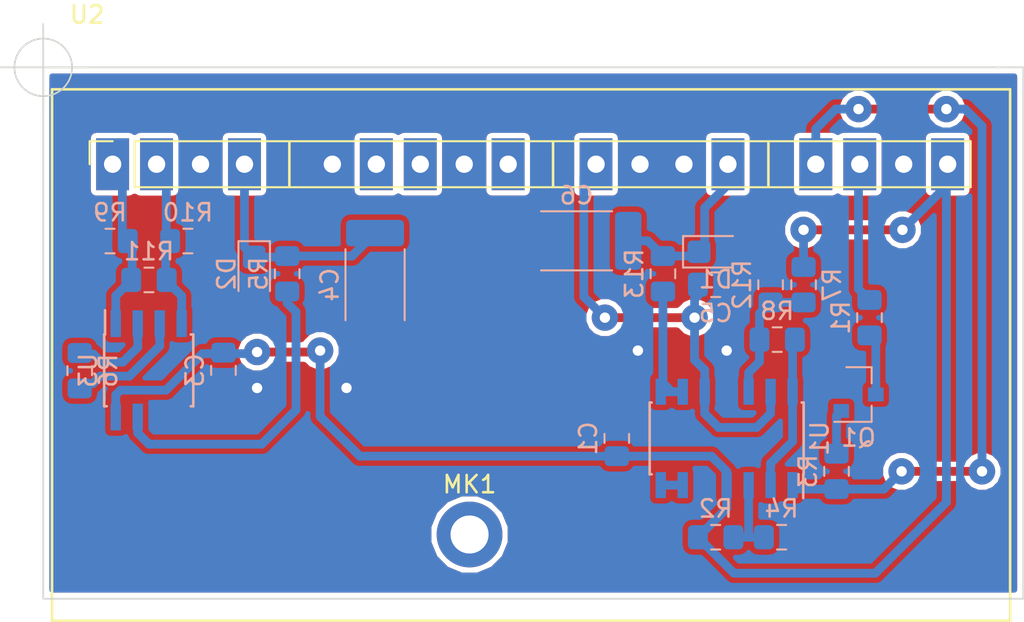
<source format=kicad_pcb>
(kicad_pcb (version 20171130) (host pcbnew "(5.0.0)")

  (general
    (thickness 1.6)
    (drawings 7)
    (tracks 251)
    (zones 0)
    (modules 25)
    (nets 23)
  )

  (page A4)
  (layers
    (0 F.Cu signal)
    (31 B.Cu signal)
    (32 B.Adhes user hide)
    (33 F.Adhes user)
    (34 B.Paste user hide)
    (35 F.Paste user hide)
    (36 B.SilkS user hide)
    (37 F.SilkS user)
    (38 B.Mask user hide)
    (39 F.Mask user)
    (40 Dwgs.User user hide)
    (41 Cmts.User user hide)
    (42 Eco1.User user hide)
    (43 Eco2.User user hide)
    (44 Edge.Cuts user)
    (45 Margin user hide)
    (46 B.CrtYd user)
    (47 F.CrtYd user hide)
    (48 B.Fab user hide)
    (49 F.Fab user hide)
  )

  (setup
    (last_trace_width 0.508)
    (user_trace_width 0.635)
    (user_trace_width 0.8)
    (trace_clearance 0.3048)
    (zone_clearance 0.3048)
    (zone_45_only no)
    (trace_min 0.254)
    (segment_width 0.2)
    (edge_width 0.1)
    (via_size 1.524)
    (via_drill 0.6)
    (via_min_size 0.6)
    (via_min_drill 0.6)
    (user_via 1.524 0.6)
    (uvia_size 0.3)
    (uvia_drill 0.1)
    (uvias_allowed no)
    (uvia_min_size 0.2)
    (uvia_min_drill 0.1)
    (pcb_text_width 0.3)
    (pcb_text_size 1.5 1.5)
    (mod_edge_width 0.15)
    (mod_text_size 1 1)
    (mod_text_width 0.15)
    (pad_size 1.5 0.6)
    (pad_drill 0)
    (pad_to_mask_clearance 0)
    (aux_axis_origin 0 0)
    (visible_elements 7FFFFFFF)
    (pcbplotparams
      (layerselection 0x01000_fffffffe)
      (usegerberextensions false)
      (usegerberattributes false)
      (usegerberadvancedattributes false)
      (creategerberjobfile true)
      (excludeedgelayer true)
      (linewidth 0.100000)
      (plotframeref false)
      (viasonmask false)
      (mode 1)
      (useauxorigin false)
      (hpglpennumber 1)
      (hpglpenspeed 20)
      (hpglpendiameter 15.000000)
      (psnegative false)
      (psa4output false)
      (plotreference true)
      (plotvalue true)
      (plotinvisibletext false)
      (padsonsilk false)
      (subtractmaskfromsilk false)
      (outputformat 4)
      (mirror false)
      (drillshape 2)
      (scaleselection 1)
      (outputdirectory "PDF/"))
  )

  (net 0 "")
  (net 1 "Net-(Q1-Pad3)")
  (net 2 GNDA)
  (net 3 "Net-(Q1-Pad1)")
  (net 4 +5VA)
  (net 5 "Net-(R6-Pad1)")
  (net 6 "Net-(R6-Pad2)")
  (net 7 "Net-(R5-Pad2)")
  (net 8 /Vpanel)
  (net 9 /PWM)
  (net 10 /BatOVInterrupt)
  (net 11 /Vbat_SIG_IN)
  (net 12 /Vpanel_Ref)
  (net 13 /Vpanel_SIG)
  (net 14 /Vbat)
  (net 15 /Ipanel)
  (net 16 /Ipanel_Ref)
  (net 17 /Ipanel_SIG)
  (net 18 "Net-(R8-Pad1)")
  (net 19 "Net-(R12-Pad2)")
  (net 20 "Net-(R2-Pad1)")
  (net 21 "Net-(U1-Pad6)")
  (net 22 "Net-(R13-Pad2)")

  (net_class Default "Esta é a classe de net default."
    (clearance 0.3048)
    (trace_width 0.508)
    (via_dia 1.524)
    (via_drill 0.6)
    (uvia_dia 0.3)
    (uvia_drill 0.1)
    (diff_pair_gap 0.508)
    (diff_pair_width 0.3048)
    (add_net +5VA)
    (add_net /BatOVInterrupt)
    (add_net /Ipanel)
    (add_net /Ipanel_Ref)
    (add_net /Ipanel_SIG)
    (add_net /PWM)
    (add_net /Vbat)
    (add_net /Vbat_SIG_IN)
    (add_net /Vpanel)
    (add_net /Vpanel_Ref)
    (add_net /Vpanel_SIG)
    (add_net GNDA)
    (add_net "Net-(Q1-Pad1)")
    (add_net "Net-(Q1-Pad3)")
    (add_net "Net-(R12-Pad2)")
    (add_net "Net-(R13-Pad2)")
    (add_net "Net-(R2-Pad1)")
    (add_net "Net-(R5-Pad2)")
    (add_net "Net-(R6-Pad1)")
    (add_net "Net-(R6-Pad2)")
    (add_net "Net-(R8-Pad1)")
    (add_net "Net-(U1-Pad6)")
  )

  (module Resistor_SMD:R_0805_2012Metric_Pad1.15x1.40mm_HandSolder (layer B.Cu) (tedit 5B36C52B) (tstamp 5B8DB5B5)
    (at 59.182 25.4 270)
    (descr "Resistor SMD 0805 (2012 Metric), square (rectangular) end terminal, IPC_7351 nominal with elongated pad for handsoldering. (Body size source: https://docs.google.com/spreadsheets/d/1BsfQQcO9C6DZCsRaXUlFlo91Tg2WpOkGARC1WS5S8t0/edit?usp=sharing), generated with kicad-footprint-generator")
    (tags "resistor handsolder")
    (path /5B8E414F)
    (attr smd)
    (fp_text reference R13 (at 0 1.65 270) (layer B.SilkS)
      (effects (font (size 1 1) (thickness 0.15)) (justify mirror))
    )
    (fp_text value 150 (at 0 -1.65 270) (layer B.Fab)
      (effects (font (size 1 1) (thickness 0.15)) (justify mirror))
    )
    (fp_line (start -1 -0.6) (end -1 0.6) (layer B.Fab) (width 0.1))
    (fp_line (start -1 0.6) (end 1 0.6) (layer B.Fab) (width 0.1))
    (fp_line (start 1 0.6) (end 1 -0.6) (layer B.Fab) (width 0.1))
    (fp_line (start 1 -0.6) (end -1 -0.6) (layer B.Fab) (width 0.1))
    (fp_line (start -0.261252 0.71) (end 0.261252 0.71) (layer B.SilkS) (width 0.12))
    (fp_line (start -0.261252 -0.71) (end 0.261252 -0.71) (layer B.SilkS) (width 0.12))
    (fp_line (start -1.85 -0.95) (end -1.85 0.95) (layer B.CrtYd) (width 0.05))
    (fp_line (start -1.85 0.95) (end 1.85 0.95) (layer B.CrtYd) (width 0.05))
    (fp_line (start 1.85 0.95) (end 1.85 -0.95) (layer B.CrtYd) (width 0.05))
    (fp_line (start 1.85 -0.95) (end -1.85 -0.95) (layer B.CrtYd) (width 0.05))
    (fp_text user %R (at 0 0 270) (layer B.Fab)
      (effects (font (size 0.5 0.5) (thickness 0.08)) (justify mirror))
    )
    (pad 1 smd roundrect (at -1.025 0 270) (size 1.15 1.4) (layers B.Cu B.Paste B.Mask) (roundrect_rratio 0.217391)
      (net 14 /Vbat))
    (pad 2 smd roundrect (at 1.025 0 270) (size 1.15 1.4) (layers B.Cu B.Paste B.Mask) (roundrect_rratio 0.217391)
      (net 22 "Net-(R13-Pad2)"))
    (model ${KISYS3DMOD}/Resistor_SMD.3dshapes/R_0805_2012Metric.wrl
      (at (xyz 0 0 0))
      (scale (xyz 1 1 1))
      (rotate (xyz 0 0 0))
    )
  )

  (module Capacitor_SMD:C_2512_6332Metric_Pad1.52x3.35mm_HandSolder (layer B.Cu) (tedit 5B301BBE) (tstamp 5B8DB801)
    (at 42.545 26.035 270)
    (descr "Capacitor SMD 2512 (6332 Metric), square (rectangular) end terminal, IPC_7351 nominal with elongated pad for handsoldering. (Body size source: http://www.tortai-tech.com/upload/download/2011102023233369053.pdf), generated with kicad-footprint-generator")
    (tags "capacitor handsolder")
    (path /5B29D496)
    (attr smd)
    (fp_text reference C4 (at 0 2.62 270) (layer B.SilkS)
      (effects (font (size 1 1) (thickness 0.15)) (justify mirror))
    )
    (fp_text value 10u (at 0 -2.62 270) (layer B.Fab)
      (effects (font (size 1 1) (thickness 0.15)) (justify mirror))
    )
    (fp_text user %R (at 0 0 270) (layer B.Fab)
      (effects (font (size 1 1) (thickness 0.15)) (justify mirror))
    )
    (fp_line (start 4 -1.92) (end -4 -1.92) (layer B.CrtYd) (width 0.05))
    (fp_line (start 4 1.92) (end 4 -1.92) (layer B.CrtYd) (width 0.05))
    (fp_line (start -4 1.92) (end 4 1.92) (layer B.CrtYd) (width 0.05))
    (fp_line (start -4 -1.92) (end -4 1.92) (layer B.CrtYd) (width 0.05))
    (fp_line (start -2.052064 -1.71) (end 2.052064 -1.71) (layer B.SilkS) (width 0.12))
    (fp_line (start -2.052064 1.71) (end 2.052064 1.71) (layer B.SilkS) (width 0.12))
    (fp_line (start 3.15 -1.6) (end -3.15 -1.6) (layer B.Fab) (width 0.1))
    (fp_line (start 3.15 1.6) (end 3.15 -1.6) (layer B.Fab) (width 0.1))
    (fp_line (start -3.15 1.6) (end 3.15 1.6) (layer B.Fab) (width 0.1))
    (fp_line (start -3.15 -1.6) (end -3.15 1.6) (layer B.Fab) (width 0.1))
    (pad 2 smd roundrect (at 2.9875 0 270) (size 1.525 3.35) (layers B.Cu B.Paste B.Mask) (roundrect_rratio 0.163934)
      (net 2 GNDA))
    (pad 1 smd roundrect (at -2.9875 0 270) (size 1.525 3.35) (layers B.Cu B.Paste B.Mask) (roundrect_rratio 0.163934)
      (net 8 /Vpanel))
    (model ${KISYS3DMOD}/Capacitor_SMD.3dshapes/C_2512_6332Metric.wrl
      (at (xyz 0 0 0))
      (scale (xyz 1 1 1))
      (rotate (xyz 0 0 0))
    )
  )

  (module Capacitor_SMD:C_2512_6332Metric_Pad1.52x3.35mm_HandSolder (layer B.Cu) (tedit 5B301BBE) (tstamp 5B8DB800)
    (at 54.190001 23.495 180)
    (descr "Capacitor SMD 2512 (6332 Metric), square (rectangular) end terminal, IPC_7351 nominal with elongated pad for handsoldering. (Body size source: http://www.tortai-tech.com/upload/download/2011102023233369053.pdf), generated with kicad-footprint-generator")
    (tags "capacitor handsolder")
    (path /5B8E4033)
    (attr smd)
    (fp_text reference C6 (at 0 2.62 180) (layer B.SilkS)
      (effects (font (size 1 1) (thickness 0.15)) (justify mirror))
    )
    (fp_text value 10u (at 0 -2.62 180) (layer B.Fab)
      (effects (font (size 1 1) (thickness 0.15)) (justify mirror))
    )
    (fp_line (start -3.15 -1.6) (end -3.15 1.6) (layer B.Fab) (width 0.1))
    (fp_line (start -3.15 1.6) (end 3.15 1.6) (layer B.Fab) (width 0.1))
    (fp_line (start 3.15 1.6) (end 3.15 -1.6) (layer B.Fab) (width 0.1))
    (fp_line (start 3.15 -1.6) (end -3.15 -1.6) (layer B.Fab) (width 0.1))
    (fp_line (start -2.052064 1.71) (end 2.052064 1.71) (layer B.SilkS) (width 0.12))
    (fp_line (start -2.052064 -1.71) (end 2.052064 -1.71) (layer B.SilkS) (width 0.12))
    (fp_line (start -4 -1.92) (end -4 1.92) (layer B.CrtYd) (width 0.05))
    (fp_line (start -4 1.92) (end 4 1.92) (layer B.CrtYd) (width 0.05))
    (fp_line (start 4 1.92) (end 4 -1.92) (layer B.CrtYd) (width 0.05))
    (fp_line (start 4 -1.92) (end -4 -1.92) (layer B.CrtYd) (width 0.05))
    (fp_text user %R (at 0 0 180) (layer B.Fab)
      (effects (font (size 1 1) (thickness 0.15)) (justify mirror))
    )
    (pad 1 smd roundrect (at -2.9875 0 180) (size 1.525 3.35) (layers B.Cu B.Paste B.Mask) (roundrect_rratio 0.163934)
      (net 14 /Vbat))
    (pad 2 smd roundrect (at 2.9875 0 180) (size 1.525 3.35) (layers B.Cu B.Paste B.Mask) (roundrect_rratio 0.163934)
      (net 2 GNDA))
    (model ${KISYS3DMOD}/Capacitor_SMD.3dshapes/C_2512_6332Metric.wrl
      (at (xyz 0 0 0))
      (scale (xyz 1 1 1))
      (rotate (xyz 0 0 0))
    )
  )

  (module Bibliotecas:SignalsBarrapinosGrande (layer F.Cu) (tedit 5B8C9BFD) (tstamp 5B9F9549)
    (at 23.876 14.732)
    (descr "Through hole straight socket strip, 1x20, 2.54mm pitch, single row (from Kicad 4.0.7), script generated")
    (tags "Through hole socket strip THT 1x20 2.54mm single row")
    (path /5B077C35)
    (fp_text reference U2 (at 2.032 -4.318 180) (layer F.SilkS)
      (effects (font (size 1 1) (thickness 0.15)))
    )
    (fp_text value Signals_MCC (at 4.572 -2.54) (layer F.Fab)
      (effects (font (size 1 1) (thickness 0.15)))
    )
    (fp_line (start 0 0) (end 0 30.734) (layer F.SilkS) (width 0.15))
    (fp_line (start 55.372 0) (end 0 0) (layer F.SilkS) (width 0.15))
    (fp_line (start 55.372 0) (end 55.372 30.734) (layer F.SilkS) (width 0.15))
    (fp_line (start 55.372 30.734) (end 0 30.734) (layer F.SilkS) (width 0.15))
    (fp_text user %R (at 27.631005 4.332395 180) (layer F.Fab)
      (effects (font (size 1 1) (thickness 0.15)))
    )
    (fp_line (start 13.716 5.588) (end 13.716 3.048) (layer F.SilkS) (width 0.15))
    (fp_line (start 2.231005 5.602395) (end 2.231005 3.697395) (layer F.Fab) (width 0.1))
    (fp_line (start 2.231005 3.697395) (end 2.866005 3.062395) (layer F.Fab) (width 0.1))
    (fp_line (start 2.866005 3.062395) (end 53.031005 3.062395) (layer F.Fab) (width 0.1))
    (fp_line (start 53.031005 3.062395) (end 53.031005 5.602395) (layer F.Fab) (width 0.1))
    (fp_line (start 53.031005 5.602395) (end 2.231005 5.602395) (layer F.Fab) (width 0.1))
    (fp_line (start 4.771005 5.662395) (end 4.771005 3.002395) (layer F.SilkS) (width 0.12))
    (fp_line (start 4.771005 5.662395) (end 53.091005 5.662395) (layer F.SilkS) (width 0.12))
    (fp_line (start 53.091005 5.662395) (end 53.091005 3.002395) (layer F.SilkS) (width 0.12))
    (fp_line (start 4.771005 3.002395) (end 53.091005 3.002395) (layer F.SilkS) (width 0.12))
    (fp_line (start 2.171005 3.002395) (end 3.501005 3.002395) (layer F.SilkS) (width 0.12))
    (fp_line (start 2.171005 4.332395) (end 2.171005 3.002395) (layer F.SilkS) (width 0.12))
    (fp_line (start 1.701005 6.132395) (end 1.701005 2.582395) (layer F.CrtYd) (width 0.05))
    (fp_line (start 53.501005 2.582395) (end 53.501005 6.132395) (layer F.CrtYd) (width 0.05))
    (fp_line (start 1.701005 2.582395) (end 53.501005 2.582395) (layer F.CrtYd) (width 0.05))
    (fp_line (start 53.501005 6.132395) (end 1.701005 6.132395) (layer F.CrtYd) (width 0.05))
    (fp_line (start 41.402 5.588) (end 41.402 3.048) (layer F.SilkS) (width 0.15))
    (fp_line (start 28.956 5.588) (end 28.956 3.048) (layer F.SilkS) (width 0.15))
    (pad 14 thru_hole rect (at 44.141005 4.332395 90) (size 3 1.9) (drill 1) (layers *.Cu *.Mask)
      (net 10 /BatOVInterrupt))
    (pad 13 thru_hole rect (at 39.061005 4.332395 90) (size 3 1.9) (drill 1) (layers *.Cu *.Mask)
      (net 14 /Vbat))
    (pad 12 thru_hole rect (at 36.521005 4.332395 90) (size 3 1.9) (drill 1) (layers *.Cu *.Mask)
      (net 2 GNDA))
    (pad 11 thru_hole rect (at 33.981005 4.332395 90) (size 3 1.9) (drill 1) (layers *.Cu *.Mask)
      (net 2 GNDA))
    (pad 10 thru_hole rect (at 31.441005 4.332395 90) (size 3 1.9) (drill 1) (layers *.Cu *.Mask)
      (net 11 /Vbat_SIG_IN))
    (pad 9 thru_hole rect (at 26.361005 4.332395 90) (size 3 1.9) (drill 1) (layers *.Cu *.Mask)
      (net 15 /Ipanel))
    (pad 8 thru_hole rect (at 23.821005 4.332395 90) (size 3 1.9) (drill 1) (layers *.Cu *.Mask)
      (net 2 GNDA))
    (pad 7 thru_hole rect (at 21.281005 4.332395 90) (size 3 1.9) (drill 1) (layers *.Cu *.Mask)
      (net 16 /Ipanel_Ref))
    (pad 6 thru_hole rect (at 18.741005 4.332395 90) (size 3 1.9) (drill 1) (layers *.Cu *.Mask)
      (net 17 /Ipanel_SIG))
    (pad 5 thru_hole rect (at 16.201005 4.332395 90) (size 3 1.9) (drill 1) (layers *.Cu *.Mask)
      (net 2 GNDA))
    (pad 4 thru_hole rect (at 11.121005 4.332395 90) (size 3 1.9) (drill 1) (layers *.Cu *.Mask)
      (net 8 /Vpanel))
    (pad 3 thru_hole rect (at 8.581005 4.332395 90) (size 3 1.9) (drill 1) (layers *.Cu *.Mask)
      (net 2 GNDA))
    (pad 2 thru_hole rect (at 6.041005 4.332395 90) (size 3 1.9) (drill 1) (layers *.Cu *.Mask)
      (net 13 /Vpanel_SIG))
    (pad 1 thru_hole rect (at 3.501005 4.332395 90) (size 3 1.9) (drill 1) (layers *.Cu *.Mask)
      (net 12 /Vpanel_Ref))
    (pad 15 thru_hole rect (at 46.681005 4.332395 90) (size 3 1.9) (drill 1) (layers *.Cu *.Mask)
      (net 9 /PWM))
    (pad 16 thru_hole rect (at 49.221005 4.332395 90) (size 3 1.9) (drill 1) (layers *.Cu *.Mask)
      (net 2 GNDA))
    (pad 17 thru_hole rect (at 51.761005 4.332395 90) (size 3 1.9) (drill 1) (layers *.Cu *.Mask)
      (net 4 +5VA))
    (model ${KISYS3DMOD}/Connector_PinHeader_2.54mm.3dshapes/PinHeader_1x20_P2.54mm_Horizontal.wrl
      (offset (xyz 3.5 -4.5 0))
      (scale (xyz 1 1 1))
      (rotate (xyz 0 0 -90))
    )
  )

  (module Resistor_SMD:R_0805_2012Metric_Pad1.15x1.40mm_HandSolder (layer B.Cu) (tedit 5B36C52B) (tstamp 5B9F944C)
    (at 71.12 27.94 270)
    (descr "Resistor SMD 0805 (2012 Metric), square (rectangular) end terminal, IPC_7351 nominal with elongated pad for handsoldering. (Body size source: https://docs.google.com/spreadsheets/d/1BsfQQcO9C6DZCsRaXUlFlo91Tg2WpOkGARC1WS5S8t0/edit?usp=sharing), generated with kicad-footprint-generator")
    (tags "resistor handsolder")
    (path /5BA51E29)
    (attr smd)
    (fp_text reference R1 (at 0 1.65 270) (layer B.SilkS)
      (effects (font (size 1 1) (thickness 0.15)) (justify mirror))
    )
    (fp_text value 100 (at 0 -1.65 270) (layer B.Fab)
      (effects (font (size 1 1) (thickness 0.15)) (justify mirror))
    )
    (fp_line (start -1 -0.6) (end -1 0.6) (layer B.Fab) (width 0.1))
    (fp_line (start -1 0.6) (end 1 0.6) (layer B.Fab) (width 0.1))
    (fp_line (start 1 0.6) (end 1 -0.6) (layer B.Fab) (width 0.1))
    (fp_line (start 1 -0.6) (end -1 -0.6) (layer B.Fab) (width 0.1))
    (fp_line (start -0.261252 0.71) (end 0.261252 0.71) (layer B.SilkS) (width 0.12))
    (fp_line (start -0.261252 -0.71) (end 0.261252 -0.71) (layer B.SilkS) (width 0.12))
    (fp_line (start -1.85 -0.95) (end -1.85 0.95) (layer B.CrtYd) (width 0.05))
    (fp_line (start -1.85 0.95) (end 1.85 0.95) (layer B.CrtYd) (width 0.05))
    (fp_line (start 1.85 0.95) (end 1.85 -0.95) (layer B.CrtYd) (width 0.05))
    (fp_line (start 1.85 -0.95) (end -1.85 -0.95) (layer B.CrtYd) (width 0.05))
    (fp_text user %R (at 0 0 270) (layer B.Fab)
      (effects (font (size 0.5 0.5) (thickness 0.08)) (justify mirror))
    )
    (pad 1 smd roundrect (at -1.025 0 270) (size 1.15 1.4) (layers B.Cu B.Paste B.Mask) (roundrect_rratio 0.217391)
      (net 9 /PWM))
    (pad 2 smd roundrect (at 1.025 0 270) (size 1.15 1.4) (layers B.Cu B.Paste B.Mask) (roundrect_rratio 0.217391)
      (net 1 "Net-(Q1-Pad3)"))
    (model ${KISYS3DMOD}/Resistor_SMD.3dshapes/R_0805_2012Metric.wrl
      (at (xyz 0 0 0))
      (scale (xyz 1 1 1))
      (rotate (xyz 0 0 0))
    )
  )

  (module Capacitor_SMD:C_0805_2012Metric_Pad1.15x1.40mm_HandSolder (layer B.Cu) (tedit 5B36C52B) (tstamp 5B9F95A5)
    (at 56.515 34.925 270)
    (descr "Capacitor SMD 0805 (2012 Metric), square (rectangular) end terminal, IPC_7351 nominal with elongated pad for handsoldering. (Body size source: https://docs.google.com/spreadsheets/d/1BsfQQcO9C6DZCsRaXUlFlo91Tg2WpOkGARC1WS5S8t0/edit?usp=sharing), generated with kicad-footprint-generator")
    (tags "capacitor handsolder")
    (path /5BB4CA1F)
    (attr smd)
    (fp_text reference C1 (at 0 1.65 270) (layer B.SilkS)
      (effects (font (size 1 1) (thickness 0.15)) (justify mirror))
    )
    (fp_text value 100n (at 0 -1.65 270) (layer B.Fab)
      (effects (font (size 1 1) (thickness 0.15)) (justify mirror))
    )
    (fp_text user %R (at 0 0 270) (layer B.Fab)
      (effects (font (size 0.5 0.5) (thickness 0.08)) (justify mirror))
    )
    (fp_line (start 1.85 -0.95) (end -1.85 -0.95) (layer B.CrtYd) (width 0.05))
    (fp_line (start 1.85 0.95) (end 1.85 -0.95) (layer B.CrtYd) (width 0.05))
    (fp_line (start -1.85 0.95) (end 1.85 0.95) (layer B.CrtYd) (width 0.05))
    (fp_line (start -1.85 -0.95) (end -1.85 0.95) (layer B.CrtYd) (width 0.05))
    (fp_line (start -0.261252 -0.71) (end 0.261252 -0.71) (layer B.SilkS) (width 0.12))
    (fp_line (start -0.261252 0.71) (end 0.261252 0.71) (layer B.SilkS) (width 0.12))
    (fp_line (start 1 -0.6) (end -1 -0.6) (layer B.Fab) (width 0.1))
    (fp_line (start 1 0.6) (end 1 -0.6) (layer B.Fab) (width 0.1))
    (fp_line (start -1 0.6) (end 1 0.6) (layer B.Fab) (width 0.1))
    (fp_line (start -1 -0.6) (end -1 0.6) (layer B.Fab) (width 0.1))
    (pad 2 smd roundrect (at 1.025 0 270) (size 1.15 1.4) (layers B.Cu B.Paste B.Mask) (roundrect_rratio 0.217391)
      (net 4 +5VA))
    (pad 1 smd roundrect (at -1.025 0 270) (size 1.15 1.4) (layers B.Cu B.Paste B.Mask) (roundrect_rratio 0.217391)
      (net 2 GNDA))
    (model ${KISYS3DMOD}/Capacitor_SMD.3dshapes/C_0805_2012Metric.wrl
      (at (xyz 0 0 0))
      (scale (xyz 1 1 1))
      (rotate (xyz 0 0 0))
    )
  )

  (module Resistor_SMD:R_0805_2012Metric_Pad1.15x1.40mm_HandSolder (layer B.Cu) (tedit 5B36C52B) (tstamp 5B9F94BC)
    (at 67.31 26.035 90)
    (descr "Resistor SMD 0805 (2012 Metric), square (rectangular) end terminal, IPC_7351 nominal with elongated pad for handsoldering. (Body size source: https://docs.google.com/spreadsheets/d/1BsfQQcO9C6DZCsRaXUlFlo91Tg2WpOkGARC1WS5S8t0/edit?usp=sharing), generated with kicad-footprint-generator")
    (tags "resistor handsolder")
    (path /5B9C1C69)
    (attr smd)
    (fp_text reference R7 (at 0 1.65 90) (layer B.SilkS)
      (effects (font (size 1 1) (thickness 0.15)) (justify mirror))
    )
    (fp_text value 10k (at 0 -1.65 90) (layer B.Fab)
      (effects (font (size 1 1) (thickness 0.15)) (justify mirror))
    )
    (fp_line (start -1 -0.6) (end -1 0.6) (layer B.Fab) (width 0.1))
    (fp_line (start -1 0.6) (end 1 0.6) (layer B.Fab) (width 0.1))
    (fp_line (start 1 0.6) (end 1 -0.6) (layer B.Fab) (width 0.1))
    (fp_line (start 1 -0.6) (end -1 -0.6) (layer B.Fab) (width 0.1))
    (fp_line (start -0.261252 0.71) (end 0.261252 0.71) (layer B.SilkS) (width 0.12))
    (fp_line (start -0.261252 -0.71) (end 0.261252 -0.71) (layer B.SilkS) (width 0.12))
    (fp_line (start -1.85 -0.95) (end -1.85 0.95) (layer B.CrtYd) (width 0.05))
    (fp_line (start -1.85 0.95) (end 1.85 0.95) (layer B.CrtYd) (width 0.05))
    (fp_line (start 1.85 0.95) (end 1.85 -0.95) (layer B.CrtYd) (width 0.05))
    (fp_line (start 1.85 -0.95) (end -1.85 -0.95) (layer B.CrtYd) (width 0.05))
    (fp_text user %R (at 0 0 90) (layer B.Fab)
      (effects (font (size 0.5 0.5) (thickness 0.08)) (justify mirror))
    )
    (pad 1 smd roundrect (at -1.025 0 90) (size 1.15 1.4) (layers B.Cu B.Paste B.Mask) (roundrect_rratio 0.217391)
      (net 19 "Net-(R12-Pad2)"))
    (pad 2 smd roundrect (at 1.025 0 90) (size 1.15 1.4) (layers B.Cu B.Paste B.Mask) (roundrect_rratio 0.217391)
      (net 4 +5VA))
    (model ${KISYS3DMOD}/Resistor_SMD.3dshapes/R_0805_2012Metric.wrl
      (at (xyz 0 0 0))
      (scale (xyz 1 1 1))
      (rotate (xyz 0 0 0))
    )
  )

  (module Resistor_SMD:R_0805_2012Metric_Pad1.15x1.40mm_HandSolder (layer B.Cu) (tedit 5B36C52B) (tstamp 5B9F942B)
    (at 65.405 26.035 270)
    (descr "Resistor SMD 0805 (2012 Metric), square (rectangular) end terminal, IPC_7351 nominal with elongated pad for handsoldering. (Body size source: https://docs.google.com/spreadsheets/d/1BsfQQcO9C6DZCsRaXUlFlo91Tg2WpOkGARC1WS5S8t0/edit?usp=sharing), generated with kicad-footprint-generator")
    (tags "resistor handsolder")
    (path /5B9C1D43)
    (attr smd)
    (fp_text reference R12 (at 0 1.65 270) (layer B.SilkS)
      (effects (font (size 1 1) (thickness 0.15)) (justify mirror))
    )
    (fp_text value 75k (at 0 -1.65 270) (layer B.Fab)
      (effects (font (size 1 1) (thickness 0.15)) (justify mirror))
    )
    (fp_text user %R (at 0 0 270) (layer B.Fab)
      (effects (font (size 0.5 0.5) (thickness 0.08)) (justify mirror))
    )
    (fp_line (start 1.85 -0.95) (end -1.85 -0.95) (layer B.CrtYd) (width 0.05))
    (fp_line (start 1.85 0.95) (end 1.85 -0.95) (layer B.CrtYd) (width 0.05))
    (fp_line (start -1.85 0.95) (end 1.85 0.95) (layer B.CrtYd) (width 0.05))
    (fp_line (start -1.85 -0.95) (end -1.85 0.95) (layer B.CrtYd) (width 0.05))
    (fp_line (start -0.261252 -0.71) (end 0.261252 -0.71) (layer B.SilkS) (width 0.12))
    (fp_line (start -0.261252 0.71) (end 0.261252 0.71) (layer B.SilkS) (width 0.12))
    (fp_line (start 1 -0.6) (end -1 -0.6) (layer B.Fab) (width 0.1))
    (fp_line (start 1 0.6) (end 1 -0.6) (layer B.Fab) (width 0.1))
    (fp_line (start -1 0.6) (end 1 0.6) (layer B.Fab) (width 0.1))
    (fp_line (start -1 -0.6) (end -1 0.6) (layer B.Fab) (width 0.1))
    (pad 2 smd roundrect (at 1.025 0 270) (size 1.15 1.4) (layers B.Cu B.Paste B.Mask) (roundrect_rratio 0.217391)
      (net 19 "Net-(R12-Pad2)"))
    (pad 1 smd roundrect (at -1.025 0 270) (size 1.15 1.4) (layers B.Cu B.Paste B.Mask) (roundrect_rratio 0.217391)
      (net 2 GNDA))
    (model ${KISYS3DMOD}/Resistor_SMD.3dshapes/R_0805_2012Metric.wrl
      (at (xyz 0 0 0))
      (scale (xyz 1 1 1))
      (rotate (xyz 0 0 0))
    )
  )

  (module Resistor_SMD:R_0805_2012Metric_Pad1.15x1.40mm_HandSolder (layer B.Cu) (tedit 5B36C52B) (tstamp 5B9F941A)
    (at 65.786 29.21 180)
    (descr "Resistor SMD 0805 (2012 Metric), square (rectangular) end terminal, IPC_7351 nominal with elongated pad for handsoldering. (Body size source: https://docs.google.com/spreadsheets/d/1BsfQQcO9C6DZCsRaXUlFlo91Tg2WpOkGARC1WS5S8t0/edit?usp=sharing), generated with kicad-footprint-generator")
    (tags "resistor handsolder")
    (path /5B9C1B3C)
    (attr smd)
    (fp_text reference R8 (at 0 1.65 180) (layer B.SilkS)
      (effects (font (size 1 1) (thickness 0.15)) (justify mirror))
    )
    (fp_text value 12k (at 0 -1.65 180) (layer B.Fab)
      (effects (font (size 1 1) (thickness 0.15)) (justify mirror))
    )
    (fp_line (start -1 -0.6) (end -1 0.6) (layer B.Fab) (width 0.1))
    (fp_line (start -1 0.6) (end 1 0.6) (layer B.Fab) (width 0.1))
    (fp_line (start 1 0.6) (end 1 -0.6) (layer B.Fab) (width 0.1))
    (fp_line (start 1 -0.6) (end -1 -0.6) (layer B.Fab) (width 0.1))
    (fp_line (start -0.261252 0.71) (end 0.261252 0.71) (layer B.SilkS) (width 0.12))
    (fp_line (start -0.261252 -0.71) (end 0.261252 -0.71) (layer B.SilkS) (width 0.12))
    (fp_line (start -1.85 -0.95) (end -1.85 0.95) (layer B.CrtYd) (width 0.05))
    (fp_line (start -1.85 0.95) (end 1.85 0.95) (layer B.CrtYd) (width 0.05))
    (fp_line (start 1.85 0.95) (end 1.85 -0.95) (layer B.CrtYd) (width 0.05))
    (fp_line (start 1.85 -0.95) (end -1.85 -0.95) (layer B.CrtYd) (width 0.05))
    (fp_text user %R (at 0 0 180) (layer B.Fab)
      (effects (font (size 0.5 0.5) (thickness 0.08)) (justify mirror))
    )
    (pad 1 smd roundrect (at -1.025 0 180) (size 1.15 1.4) (layers B.Cu B.Paste B.Mask) (roundrect_rratio 0.217391)
      (net 18 "Net-(R8-Pad1)"))
    (pad 2 smd roundrect (at 1.025 0 180) (size 1.15 1.4) (layers B.Cu B.Paste B.Mask) (roundrect_rratio 0.217391)
      (net 19 "Net-(R12-Pad2)"))
    (model ${KISYS3DMOD}/Resistor_SMD.3dshapes/R_0805_2012Metric.wrl
      (at (xyz 0 0 0))
      (scale (xyz 1 1 1))
      (rotate (xyz 0 0 0))
    )
  )

  (module Diode_SMD:D_0805_2012Metric_Castellated (layer B.Cu) (tedit 5B36C52B) (tstamp 5B8C9915)
    (at 62.23 24.13)
    (descr "Diode SMD 0805 (2012 Metric), castellated end terminal, IPC_7351 nominal, (Body size source: https://docs.google.com/spreadsheets/d/1BsfQQcO9C6DZCsRaXUlFlo91Tg2WpOkGARC1WS5S8t0/edit?usp=sharing), generated with kicad-footprint-generator")
    (tags "diode castellated")
    (path /5B8DB775)
    (attr smd)
    (fp_text reference D1 (at 0 1.6) (layer B.SilkS)
      (effects (font (size 1 1) (thickness 0.15)) (justify mirror))
    )
    (fp_text value D_TVS (at 0 -1.6) (layer B.Fab)
      (effects (font (size 1 1) (thickness 0.15)) (justify mirror))
    )
    (fp_text user %R (at 0 0) (layer B.Fab)
      (effects (font (size 0.5 0.5) (thickness 0.08)) (justify mirror))
    )
    (fp_line (start 1.88 -0.9) (end -1.88 -0.9) (layer B.CrtYd) (width 0.05))
    (fp_line (start 1.88 0.9) (end 1.88 -0.9) (layer B.CrtYd) (width 0.05))
    (fp_line (start -1.88 0.9) (end 1.88 0.9) (layer B.CrtYd) (width 0.05))
    (fp_line (start -1.88 -0.9) (end -1.88 0.9) (layer B.CrtYd) (width 0.05))
    (fp_line (start -1.885 -0.91) (end 1 -0.91) (layer B.SilkS) (width 0.12))
    (fp_line (start -1.885 0.91) (end -1.885 -0.91) (layer B.SilkS) (width 0.12))
    (fp_line (start 1 0.91) (end -1.885 0.91) (layer B.SilkS) (width 0.12))
    (fp_line (start 1 -0.6) (end 1 0.6) (layer B.Fab) (width 0.1))
    (fp_line (start -1 -0.6) (end 1 -0.6) (layer B.Fab) (width 0.1))
    (fp_line (start -1 0.3) (end -1 -0.6) (layer B.Fab) (width 0.1))
    (fp_line (start -0.7 0.6) (end -1 0.3) (layer B.Fab) (width 0.1))
    (fp_line (start 1 0.6) (end -0.7 0.6) (layer B.Fab) (width 0.1))
    (pad 2 smd roundrect (at 0.9625 0) (size 1.325 1.3) (layers B.Cu B.Paste B.Mask) (roundrect_rratio 0.192308)
      (net 2 GNDA))
    (pad 1 smd roundrect (at -0.9625 0) (size 1.325 1.3) (layers B.Cu B.Paste B.Mask) (roundrect_rratio 0.192308)
      (net 14 /Vbat))
    (model ${KISYS3DMOD}/Diode_SMD.3dshapes/D_0805_2012Metric_Castellated.wrl
      (at (xyz 0 0 0))
      (scale (xyz 1 1 1))
      (rotate (xyz 0 0 0))
    )
  )

  (module Diode_SMD:D_0805_2012Metric_Castellated (layer B.Cu) (tedit 5B36C52B) (tstamp 5B8C9902)
    (at 35.56 25.4 270)
    (descr "Diode SMD 0805 (2012 Metric), castellated end terminal, IPC_7351 nominal, (Body size source: https://docs.google.com/spreadsheets/d/1BsfQQcO9C6DZCsRaXUlFlo91Tg2WpOkGARC1WS5S8t0/edit?usp=sharing), generated with kicad-footprint-generator")
    (tags "diode castellated")
    (path /5B8CBC24)
    (attr smd)
    (fp_text reference D2 (at 0 1.6 270) (layer B.SilkS)
      (effects (font (size 1 1) (thickness 0.15)) (justify mirror))
    )
    (fp_text value D_TVS (at 0 -1.6 270) (layer B.Fab)
      (effects (font (size 1 1) (thickness 0.15)) (justify mirror))
    )
    (fp_line (start 1 0.6) (end -0.7 0.6) (layer B.Fab) (width 0.1))
    (fp_line (start -0.7 0.6) (end -1 0.3) (layer B.Fab) (width 0.1))
    (fp_line (start -1 0.3) (end -1 -0.6) (layer B.Fab) (width 0.1))
    (fp_line (start -1 -0.6) (end 1 -0.6) (layer B.Fab) (width 0.1))
    (fp_line (start 1 -0.6) (end 1 0.6) (layer B.Fab) (width 0.1))
    (fp_line (start 1 0.91) (end -1.885 0.91) (layer B.SilkS) (width 0.12))
    (fp_line (start -1.885 0.91) (end -1.885 -0.91) (layer B.SilkS) (width 0.12))
    (fp_line (start -1.885 -0.91) (end 1 -0.91) (layer B.SilkS) (width 0.12))
    (fp_line (start -1.88 -0.9) (end -1.88 0.9) (layer B.CrtYd) (width 0.05))
    (fp_line (start -1.88 0.9) (end 1.88 0.9) (layer B.CrtYd) (width 0.05))
    (fp_line (start 1.88 0.9) (end 1.88 -0.9) (layer B.CrtYd) (width 0.05))
    (fp_line (start 1.88 -0.9) (end -1.88 -0.9) (layer B.CrtYd) (width 0.05))
    (fp_text user %R (at 0 0 270) (layer B.Fab)
      (effects (font (size 0.5 0.5) (thickness 0.08)) (justify mirror))
    )
    (pad 1 smd roundrect (at -0.9625 0 270) (size 1.325 1.3) (layers B.Cu B.Paste B.Mask) (roundrect_rratio 0.192308)
      (net 8 /Vpanel))
    (pad 2 smd roundrect (at 0.9625 0 270) (size 1.325 1.3) (layers B.Cu B.Paste B.Mask) (roundrect_rratio 0.192308)
      (net 2 GNDA))
    (model ${KISYS3DMOD}/Diode_SMD.3dshapes/D_0805_2012Metric_Castellated.wrl
      (at (xyz 0 0 0))
      (scale (xyz 1 1 1))
      (rotate (xyz 0 0 0))
    )
  )

  (module Resistor_SMD:R_0805_2012Metric_Pad1.15x1.40mm_HandSolder (layer B.Cu) (tedit 5B36C52B) (tstamp 5B9F945C)
    (at 62.23 40.64 180)
    (descr "Resistor SMD 0805 (2012 Metric), square (rectangular) end terminal, IPC_7351 nominal with elongated pad for handsoldering. (Body size source: https://docs.google.com/spreadsheets/d/1BsfQQcO9C6DZCsRaXUlFlo91Tg2WpOkGARC1WS5S8t0/edit?usp=sharing), generated with kicad-footprint-generator")
    (tags "resistor handsolder")
    (path /5B8FCEB6)
    (attr smd)
    (fp_text reference R2 (at 0 1.65 180) (layer B.SilkS)
      (effects (font (size 1 1) (thickness 0.15)) (justify mirror))
    )
    (fp_text value 100k (at 0 -1.65 180) (layer B.Fab)
      (effects (font (size 1 1) (thickness 0.15)) (justify mirror))
    )
    (fp_text user %R (at 0 0 180) (layer B.Fab)
      (effects (font (size 0.5 0.5) (thickness 0.08)) (justify mirror))
    )
    (fp_line (start 1.85 -0.95) (end -1.85 -0.95) (layer B.CrtYd) (width 0.05))
    (fp_line (start 1.85 0.95) (end 1.85 -0.95) (layer B.CrtYd) (width 0.05))
    (fp_line (start -1.85 0.95) (end 1.85 0.95) (layer B.CrtYd) (width 0.05))
    (fp_line (start -1.85 -0.95) (end -1.85 0.95) (layer B.CrtYd) (width 0.05))
    (fp_line (start -0.261252 -0.71) (end 0.261252 -0.71) (layer B.SilkS) (width 0.12))
    (fp_line (start -0.261252 0.71) (end 0.261252 0.71) (layer B.SilkS) (width 0.12))
    (fp_line (start 1 -0.6) (end -1 -0.6) (layer B.Fab) (width 0.1))
    (fp_line (start 1 0.6) (end 1 -0.6) (layer B.Fab) (width 0.1))
    (fp_line (start -1 0.6) (end 1 0.6) (layer B.Fab) (width 0.1))
    (fp_line (start -1 -0.6) (end -1 0.6) (layer B.Fab) (width 0.1))
    (pad 2 smd roundrect (at 1.025 0 180) (size 1.15 1.4) (layers B.Cu B.Paste B.Mask) (roundrect_rratio 0.217391)
      (net 4 +5VA))
    (pad 1 smd roundrect (at -1.025 0 180) (size 1.15 1.4) (layers B.Cu B.Paste B.Mask) (roundrect_rratio 0.217391)
      (net 20 "Net-(R2-Pad1)"))
    (model ${KISYS3DMOD}/Resistor_SMD.3dshapes/R_0805_2012Metric.wrl
      (at (xyz 0 0 0))
      (scale (xyz 1 1 1))
      (rotate (xyz 0 0 0))
    )
  )

  (module Capacitor_SMD:C_0805_2012Metric_Pad1.15x1.40mm_HandSolder (layer B.Cu) (tedit 5B36C52B) (tstamp 5B9F9595)
    (at 33.782 30.988 270)
    (descr "Capacitor SMD 0805 (2012 Metric), square (rectangular) end terminal, IPC_7351 nominal with elongated pad for handsoldering. (Body size source: https://docs.google.com/spreadsheets/d/1BsfQQcO9C6DZCsRaXUlFlo91Tg2WpOkGARC1WS5S8t0/edit?usp=sharing), generated with kicad-footprint-generator")
    (tags "capacitor handsolder")
    (path /5B2B9B84)
    (attr smd)
    (fp_text reference C3 (at 0 1.65 270) (layer B.SilkS)
      (effects (font (size 1 1) (thickness 0.15)) (justify mirror))
    )
    (fp_text value 100nF (at 0 -1.65 270) (layer B.Fab)
      (effects (font (size 1 1) (thickness 0.15)) (justify mirror))
    )
    (fp_line (start -1 -0.6) (end -1 0.6) (layer B.Fab) (width 0.1))
    (fp_line (start -1 0.6) (end 1 0.6) (layer B.Fab) (width 0.1))
    (fp_line (start 1 0.6) (end 1 -0.6) (layer B.Fab) (width 0.1))
    (fp_line (start 1 -0.6) (end -1 -0.6) (layer B.Fab) (width 0.1))
    (fp_line (start -0.261252 0.71) (end 0.261252 0.71) (layer B.SilkS) (width 0.12))
    (fp_line (start -0.261252 -0.71) (end 0.261252 -0.71) (layer B.SilkS) (width 0.12))
    (fp_line (start -1.85 -0.95) (end -1.85 0.95) (layer B.CrtYd) (width 0.05))
    (fp_line (start -1.85 0.95) (end 1.85 0.95) (layer B.CrtYd) (width 0.05))
    (fp_line (start 1.85 0.95) (end 1.85 -0.95) (layer B.CrtYd) (width 0.05))
    (fp_line (start 1.85 -0.95) (end -1.85 -0.95) (layer B.CrtYd) (width 0.05))
    (fp_text user %R (at 0 0 270) (layer B.Fab)
      (effects (font (size 0.5 0.5) (thickness 0.08)) (justify mirror))
    )
    (pad 1 smd roundrect (at -1.025 0 270) (size 1.15 1.4) (layers B.Cu B.Paste B.Mask) (roundrect_rratio 0.217391)
      (net 4 +5VA))
    (pad 2 smd roundrect (at 1.025 0 270) (size 1.15 1.4) (layers B.Cu B.Paste B.Mask) (roundrect_rratio 0.217391)
      (net 2 GNDA))
    (model ${KISYS3DMOD}/Capacitor_SMD.3dshapes/C_0805_2012Metric.wrl
      (at (xyz 0 0 0))
      (scale (xyz 1 1 1))
      (rotate (xyz 0 0 0))
    )
  )

  (module Resistor_SMD:R_0805_2012Metric_Pad1.15x1.40mm_HandSolder (layer B.Cu) (tedit 5B36C52B) (tstamp 5B9F948C)
    (at 37.465 25.4 270)
    (descr "Resistor SMD 0805 (2012 Metric), square (rectangular) end terminal, IPC_7351 nominal with elongated pad for handsoldering. (Body size source: https://docs.google.com/spreadsheets/d/1BsfQQcO9C6DZCsRaXUlFlo91Tg2WpOkGARC1WS5S8t0/edit?usp=sharing), generated with kicad-footprint-generator")
    (tags "resistor handsolder")
    (path /5B29D28D)
    (attr smd)
    (fp_text reference R5 (at 0 1.65 270) (layer B.SilkS)
      (effects (font (size 1 1) (thickness 0.15)) (justify mirror))
    )
    (fp_text value 150 (at 0 -1.65 270) (layer B.Fab)
      (effects (font (size 1 1) (thickness 0.15)) (justify mirror))
    )
    (fp_line (start -1 -0.6) (end -1 0.6) (layer B.Fab) (width 0.1))
    (fp_line (start -1 0.6) (end 1 0.6) (layer B.Fab) (width 0.1))
    (fp_line (start 1 0.6) (end 1 -0.6) (layer B.Fab) (width 0.1))
    (fp_line (start 1 -0.6) (end -1 -0.6) (layer B.Fab) (width 0.1))
    (fp_line (start -0.261252 0.71) (end 0.261252 0.71) (layer B.SilkS) (width 0.12))
    (fp_line (start -0.261252 -0.71) (end 0.261252 -0.71) (layer B.SilkS) (width 0.12))
    (fp_line (start -1.85 -0.95) (end -1.85 0.95) (layer B.CrtYd) (width 0.05))
    (fp_line (start -1.85 0.95) (end 1.85 0.95) (layer B.CrtYd) (width 0.05))
    (fp_line (start 1.85 0.95) (end 1.85 -0.95) (layer B.CrtYd) (width 0.05))
    (fp_line (start 1.85 -0.95) (end -1.85 -0.95) (layer B.CrtYd) (width 0.05))
    (fp_text user %R (at 0 0 270) (layer B.Fab)
      (effects (font (size 0.5 0.5) (thickness 0.08)) (justify mirror))
    )
    (pad 1 smd roundrect (at -1.025 0 270) (size 1.15 1.4) (layers B.Cu B.Paste B.Mask) (roundrect_rratio 0.217391)
      (net 8 /Vpanel))
    (pad 2 smd roundrect (at 1.025 0 270) (size 1.15 1.4) (layers B.Cu B.Paste B.Mask) (roundrect_rratio 0.217391)
      (net 7 "Net-(R5-Pad2)"))
    (model ${KISYS3DMOD}/Resistor_SMD.3dshapes/R_0805_2012Metric.wrl
      (at (xyz 0 0 0))
      (scale (xyz 1 1 1))
      (rotate (xyz 0 0 0))
    )
  )

  (module Resistor_SMD:R_0805_2012Metric_Pad1.15x1.40mm_HandSolder (layer B.Cu) (tedit 5B36C52B) (tstamp 5B9F949C)
    (at 25.476 31.008 90)
    (descr "Resistor SMD 0805 (2012 Metric), square (rectangular) end terminal, IPC_7351 nominal with elongated pad for handsoldering. (Body size source: https://docs.google.com/spreadsheets/d/1BsfQQcO9C6DZCsRaXUlFlo91Tg2WpOkGARC1WS5S8t0/edit?usp=sharing), generated with kicad-footprint-generator")
    (tags "resistor handsolder")
    (path /5B292B35)
    (attr smd)
    (fp_text reference R6 (at 0 1.65 90) (layer B.SilkS)
      (effects (font (size 1 1) (thickness 0.15)) (justify mirror))
    )
    (fp_text value 15k (at 0 -1.65 90) (layer B.Fab)
      (effects (font (size 1 1) (thickness 0.15)) (justify mirror))
    )
    (fp_text user %R (at 0 0 90) (layer B.Fab)
      (effects (font (size 0.5 0.5) (thickness 0.08)) (justify mirror))
    )
    (fp_line (start 1.85 -0.95) (end -1.85 -0.95) (layer B.CrtYd) (width 0.05))
    (fp_line (start 1.85 0.95) (end 1.85 -0.95) (layer B.CrtYd) (width 0.05))
    (fp_line (start -1.85 0.95) (end 1.85 0.95) (layer B.CrtYd) (width 0.05))
    (fp_line (start -1.85 -0.95) (end -1.85 0.95) (layer B.CrtYd) (width 0.05))
    (fp_line (start -0.261252 -0.71) (end 0.261252 -0.71) (layer B.SilkS) (width 0.12))
    (fp_line (start -0.261252 0.71) (end 0.261252 0.71) (layer B.SilkS) (width 0.12))
    (fp_line (start 1 -0.6) (end -1 -0.6) (layer B.Fab) (width 0.1))
    (fp_line (start 1 0.6) (end 1 -0.6) (layer B.Fab) (width 0.1))
    (fp_line (start -1 0.6) (end 1 0.6) (layer B.Fab) (width 0.1))
    (fp_line (start -1 -0.6) (end -1 0.6) (layer B.Fab) (width 0.1))
    (pad 2 smd roundrect (at 1.025 0 90) (size 1.15 1.4) (layers B.Cu B.Paste B.Mask) (roundrect_rratio 0.217391)
      (net 6 "Net-(R6-Pad2)"))
    (pad 1 smd roundrect (at -1.025 0 90) (size 1.15 1.4) (layers B.Cu B.Paste B.Mask) (roundrect_rratio 0.217391)
      (net 5 "Net-(R6-Pad1)"))
    (model ${KISYS3DMOD}/Resistor_SMD.3dshapes/R_0805_2012Metric.wrl
      (at (xyz 0 0 0))
      (scale (xyz 1 1 1))
      (rotate (xyz 0 0 0))
    )
  )

  (module Resistor_SMD:R_0805_2012Metric_Pad1.15x1.40mm_HandSolder (layer B.Cu) (tedit 5B36C52B) (tstamp 5B9F94BD)
    (at 29.476 25.758 180)
    (descr "Resistor SMD 0805 (2012 Metric), square (rectangular) end terminal, IPC_7351 nominal with elongated pad for handsoldering. (Body size source: https://docs.google.com/spreadsheets/d/1BsfQQcO9C6DZCsRaXUlFlo91Tg2WpOkGARC1WS5S8t0/edit?usp=sharing), generated with kicad-footprint-generator")
    (tags "resistor handsolder")
    (path /5B14056E)
    (attr smd)
    (fp_text reference R11 (at 0 1.65 180) (layer B.SilkS)
      (effects (font (size 1 1) (thickness 0.15)) (justify mirror))
    )
    (fp_text value 8.2k (at 0 -1.65 180) (layer B.Fab)
      (effects (font (size 1 1) (thickness 0.15)) (justify mirror))
    )
    (fp_text user %R (at 0 0 180) (layer B.Fab)
      (effects (font (size 0.5 0.5) (thickness 0.08)) (justify mirror))
    )
    (fp_line (start 1.85 -0.95) (end -1.85 -0.95) (layer B.CrtYd) (width 0.05))
    (fp_line (start 1.85 0.95) (end 1.85 -0.95) (layer B.CrtYd) (width 0.05))
    (fp_line (start -1.85 0.95) (end 1.85 0.95) (layer B.CrtYd) (width 0.05))
    (fp_line (start -1.85 -0.95) (end -1.85 0.95) (layer B.CrtYd) (width 0.05))
    (fp_line (start -0.261252 -0.71) (end 0.261252 -0.71) (layer B.SilkS) (width 0.12))
    (fp_line (start -0.261252 0.71) (end 0.261252 0.71) (layer B.SilkS) (width 0.12))
    (fp_line (start 1 -0.6) (end -1 -0.6) (layer B.Fab) (width 0.1))
    (fp_line (start 1 0.6) (end 1 -0.6) (layer B.Fab) (width 0.1))
    (fp_line (start -1 0.6) (end 1 0.6) (layer B.Fab) (width 0.1))
    (fp_line (start -1 -0.6) (end -1 0.6) (layer B.Fab) (width 0.1))
    (pad 2 smd roundrect (at 1.025 0 180) (size 1.15 1.4) (layers B.Cu B.Paste B.Mask) (roundrect_rratio 0.217391)
      (net 12 /Vpanel_Ref))
    (pad 1 smd roundrect (at -1.025 0 180) (size 1.15 1.4) (layers B.Cu B.Paste B.Mask) (roundrect_rratio 0.217391)
      (net 13 /Vpanel_SIG))
    (model ${KISYS3DMOD}/Resistor_SMD.3dshapes/R_0805_2012Metric.wrl
      (at (xyz 0 0 0))
      (scale (xyz 1 1 1))
      (rotate (xyz 0 0 0))
    )
  )

  (module Resistor_SMD:R_0805_2012Metric_Pad1.15x1.40mm_HandSolder (layer B.Cu) (tedit 5B36C52B) (tstamp 5B9F942C)
    (at 31.726 23.508 180)
    (descr "Resistor SMD 0805 (2012 Metric), square (rectangular) end terminal, IPC_7351 nominal with elongated pad for handsoldering. (Body size source: https://docs.google.com/spreadsheets/d/1BsfQQcO9C6DZCsRaXUlFlo91Tg2WpOkGARC1WS5S8t0/edit?usp=sharing), generated with kicad-footprint-generator")
    (tags "resistor handsolder")
    (path /5B11E0CA)
    (attr smd)
    (fp_text reference R10 (at 0 1.65 180) (layer B.SilkS)
      (effects (font (size 1 1) (thickness 0.15)) (justify mirror))
    )
    (fp_text value 10k (at 0 -1.65 180) (layer B.Fab)
      (effects (font (size 1 1) (thickness 0.15)) (justify mirror))
    )
    (fp_line (start -1 -0.6) (end -1 0.6) (layer B.Fab) (width 0.1))
    (fp_line (start -1 0.6) (end 1 0.6) (layer B.Fab) (width 0.1))
    (fp_line (start 1 0.6) (end 1 -0.6) (layer B.Fab) (width 0.1))
    (fp_line (start 1 -0.6) (end -1 -0.6) (layer B.Fab) (width 0.1))
    (fp_line (start -0.261252 0.71) (end 0.261252 0.71) (layer B.SilkS) (width 0.12))
    (fp_line (start -0.261252 -0.71) (end 0.261252 -0.71) (layer B.SilkS) (width 0.12))
    (fp_line (start -1.85 -0.95) (end -1.85 0.95) (layer B.CrtYd) (width 0.05))
    (fp_line (start -1.85 0.95) (end 1.85 0.95) (layer B.CrtYd) (width 0.05))
    (fp_line (start 1.85 0.95) (end 1.85 -0.95) (layer B.CrtYd) (width 0.05))
    (fp_line (start 1.85 -0.95) (end -1.85 -0.95) (layer B.CrtYd) (width 0.05))
    (fp_text user %R (at 0 0 180) (layer B.Fab)
      (effects (font (size 0.5 0.5) (thickness 0.08)) (justify mirror))
    )
    (pad 1 smd roundrect (at -1.025 0 180) (size 1.15 1.4) (layers B.Cu B.Paste B.Mask) (roundrect_rratio 0.217391)
      (net 2 GNDA))
    (pad 2 smd roundrect (at 1.025 0 180) (size 1.15 1.4) (layers B.Cu B.Paste B.Mask) (roundrect_rratio 0.217391)
      (net 13 /Vpanel_SIG))
    (model ${KISYS3DMOD}/Resistor_SMD.3dshapes/R_0805_2012Metric.wrl
      (at (xyz 0 0 0))
      (scale (xyz 1 1 1))
      (rotate (xyz 0 0 0))
    )
  )

  (module Resistor_SMD:R_0805_2012Metric_Pad1.15x1.40mm_HandSolder (layer B.Cu) (tedit 5B36C52B) (tstamp 5B9F943C)
    (at 27.226 23.508 180)
    (descr "Resistor SMD 0805 (2012 Metric), square (rectangular) end terminal, IPC_7351 nominal with elongated pad for handsoldering. (Body size source: https://docs.google.com/spreadsheets/d/1BsfQQcO9C6DZCsRaXUlFlo91Tg2WpOkGARC1WS5S8t0/edit?usp=sharing), generated with kicad-footprint-generator")
    (tags "resistor handsolder")
    (path /5B11947E)
    (attr smd)
    (fp_text reference R9 (at 0 1.65 180) (layer B.SilkS)
      (effects (font (size 1 1) (thickness 0.15)) (justify mirror))
    )
    (fp_text value 10k (at 0 -1.65 180) (layer B.Fab)
      (effects (font (size 1 1) (thickness 0.15)) (justify mirror))
    )
    (fp_text user %R (at 0 0 180) (layer B.Fab)
      (effects (font (size 0.5 0.5) (thickness 0.08)) (justify mirror))
    )
    (fp_line (start 1.85 -0.95) (end -1.85 -0.95) (layer B.CrtYd) (width 0.05))
    (fp_line (start 1.85 0.95) (end 1.85 -0.95) (layer B.CrtYd) (width 0.05))
    (fp_line (start -1.85 0.95) (end 1.85 0.95) (layer B.CrtYd) (width 0.05))
    (fp_line (start -1.85 -0.95) (end -1.85 0.95) (layer B.CrtYd) (width 0.05))
    (fp_line (start -0.261252 -0.71) (end 0.261252 -0.71) (layer B.SilkS) (width 0.12))
    (fp_line (start -0.261252 0.71) (end 0.261252 0.71) (layer B.SilkS) (width 0.12))
    (fp_line (start 1 -0.6) (end -1 -0.6) (layer B.Fab) (width 0.1))
    (fp_line (start 1 0.6) (end 1 -0.6) (layer B.Fab) (width 0.1))
    (fp_line (start -1 0.6) (end 1 0.6) (layer B.Fab) (width 0.1))
    (fp_line (start -1 -0.6) (end -1 0.6) (layer B.Fab) (width 0.1))
    (pad 2 smd roundrect (at 1.025 0 180) (size 1.15 1.4) (layers B.Cu B.Paste B.Mask) (roundrect_rratio 0.217391)
      (net 2 GNDA))
    (pad 1 smd roundrect (at -1.025 0 180) (size 1.15 1.4) (layers B.Cu B.Paste B.Mask) (roundrect_rratio 0.217391)
      (net 12 /Vpanel_Ref))
    (model ${KISYS3DMOD}/Resistor_SMD.3dshapes/R_0805_2012Metric.wrl
      (at (xyz 0 0 0))
      (scale (xyz 1 1 1))
      (rotate (xyz 0 0 0))
    )
  )

  (module Package_SO:SOIC-8_3.9x4.9mm_P1.27mm (layer B.Cu) (tedit 5A02F2D3) (tstamp 5B117838)
    (at 29.464 30.988 270)
    (descr "8-Lead Plastic Small Outline (SN) - Narrow, 3.90 mm Body [SOIC] (see Microchip Packaging Specification 00000049BS.pdf)")
    (tags "SOIC 1.27")
    (path /5B28FB65)
    (attr smd)
    (fp_text reference U3 (at 0 3.5 270) (layer B.SilkS)
      (effects (font (size 1 1) (thickness 0.15)) (justify mirror))
    )
    (fp_text value INA826_D_8 (at 0 -3.5 270) (layer B.Fab)
      (effects (font (size 1 1) (thickness 0.15)) (justify mirror))
    )
    (fp_text user %R (at 0 0 270) (layer B.Fab)
      (effects (font (size 1 1) (thickness 0.15)) (justify mirror))
    )
    (fp_line (start -0.95 2.45) (end 1.95 2.45) (layer B.Fab) (width 0.1))
    (fp_line (start 1.95 2.45) (end 1.95 -2.45) (layer B.Fab) (width 0.1))
    (fp_line (start 1.95 -2.45) (end -1.95 -2.45) (layer B.Fab) (width 0.1))
    (fp_line (start -1.95 -2.45) (end -1.95 1.45) (layer B.Fab) (width 0.1))
    (fp_line (start -1.95 1.45) (end -0.95 2.45) (layer B.Fab) (width 0.1))
    (fp_line (start -3.73 2.7) (end -3.73 -2.7) (layer B.CrtYd) (width 0.05))
    (fp_line (start 3.73 2.7) (end 3.73 -2.7) (layer B.CrtYd) (width 0.05))
    (fp_line (start -3.73 2.7) (end 3.73 2.7) (layer B.CrtYd) (width 0.05))
    (fp_line (start -3.73 -2.7) (end 3.73 -2.7) (layer B.CrtYd) (width 0.05))
    (fp_line (start -2.075 2.575) (end -2.075 2.525) (layer B.SilkS) (width 0.15))
    (fp_line (start 2.075 2.575) (end 2.075 2.43) (layer B.SilkS) (width 0.15))
    (fp_line (start 2.075 -2.575) (end 2.075 -2.43) (layer B.SilkS) (width 0.15))
    (fp_line (start -2.075 -2.575) (end -2.075 -2.43) (layer B.SilkS) (width 0.15))
    (fp_line (start -2.075 2.575) (end 2.075 2.575) (layer B.SilkS) (width 0.15))
    (fp_line (start -2.075 -2.575) (end 2.075 -2.575) (layer B.SilkS) (width 0.15))
    (fp_line (start -2.075 2.525) (end -3.475 2.525) (layer B.SilkS) (width 0.15))
    (pad 1 smd rect (at -2.7 1.905 270) (size 1.55 0.6) (layers B.Cu B.Paste B.Mask)
      (net 12 /Vpanel_Ref))
    (pad 2 smd rect (at -2.7 0.635 270) (size 1.55 0.6) (layers B.Cu B.Paste B.Mask)
      (net 6 "Net-(R6-Pad2)"))
    (pad 3 smd rect (at -2.7 -0.635 270) (size 1.55 0.6) (layers B.Cu B.Paste B.Mask)
      (net 5 "Net-(R6-Pad1)"))
    (pad 4 smd rect (at -2.7 -1.905 270) (size 1.55 0.6) (layers B.Cu B.Paste B.Mask)
      (net 13 /Vpanel_SIG))
    (pad 5 smd rect (at 2.7 -1.905 270) (size 1.55 0.6) (layers B.Cu B.Paste B.Mask)
      (net 2 GNDA))
    (pad 6 smd rect (at 2.7 -0.635 270) (size 1.55 0.6) (layers B.Cu B.Paste B.Mask)
      (net 2 GNDA))
    (pad 7 smd rect (at 2.7 0.635 270) (size 1.55 0.6) (layers B.Cu B.Paste B.Mask)
      (net 7 "Net-(R5-Pad2)"))
    (pad 8 smd rect (at 2.7 1.905 270) (size 1.55 0.6) (layers B.Cu B.Paste B.Mask)
      (net 4 +5VA))
    (model ${KISYS3DMOD}/Package_SO.3dshapes/SOIC-8_3.9x4.9mm_P1.27mm.wrl
      (at (xyz 0 0 0))
      (scale (xyz 1 1 1))
      (rotate (xyz 0 0 0))
    )
  )

  (module Capacitor_SMD:C_0805_2012Metric_Pad1.15x1.40mm_HandSolder (layer B.Cu) (tedit 5B36C52B) (tstamp 5B9F9584)
    (at 62.23 26.035)
    (descr "Capacitor SMD 0805 (2012 Metric), square (rectangular) end terminal, IPC_7351 nominal with elongated pad for handsoldering. (Body size source: https://docs.google.com/spreadsheets/d/1BsfQQcO9C6DZCsRaXUlFlo91Tg2WpOkGARC1WS5S8t0/edit?usp=sharing), generated with kicad-footprint-generator")
    (tags "capacitor handsolder")
    (path /5B9099E5)
    (attr smd)
    (fp_text reference C5 (at 0 1.65) (layer B.SilkS)
      (effects (font (size 1 1) (thickness 0.15)) (justify mirror))
    )
    (fp_text value 1n (at 0 -1.65) (layer B.Fab)
      (effects (font (size 1 1) (thickness 0.15)) (justify mirror))
    )
    (fp_line (start -1 -0.6) (end -1 0.6) (layer B.Fab) (width 0.1))
    (fp_line (start -1 0.6) (end 1 0.6) (layer B.Fab) (width 0.1))
    (fp_line (start 1 0.6) (end 1 -0.6) (layer B.Fab) (width 0.1))
    (fp_line (start 1 -0.6) (end -1 -0.6) (layer B.Fab) (width 0.1))
    (fp_line (start -0.261252 0.71) (end 0.261252 0.71) (layer B.SilkS) (width 0.12))
    (fp_line (start -0.261252 -0.71) (end 0.261252 -0.71) (layer B.SilkS) (width 0.12))
    (fp_line (start -1.85 -0.95) (end -1.85 0.95) (layer B.CrtYd) (width 0.05))
    (fp_line (start -1.85 0.95) (end 1.85 0.95) (layer B.CrtYd) (width 0.05))
    (fp_line (start 1.85 0.95) (end 1.85 -0.95) (layer B.CrtYd) (width 0.05))
    (fp_line (start 1.85 -0.95) (end -1.85 -0.95) (layer B.CrtYd) (width 0.05))
    (fp_text user %R (at 0 0) (layer B.Fab)
      (effects (font (size 0.5 0.5) (thickness 0.08)) (justify mirror))
    )
    (pad 1 smd roundrect (at -1.025 0) (size 1.15 1.4) (layers B.Cu B.Paste B.Mask) (roundrect_rratio 0.217391)
      (net 11 /Vbat_SIG_IN))
    (pad 2 smd roundrect (at 1.025 0) (size 1.15 1.4) (layers B.Cu B.Paste B.Mask) (roundrect_rratio 0.217391)
      (net 2 GNDA))
    (model ${KISYS3DMOD}/Capacitor_SMD.3dshapes/C_0805_2012Metric.wrl
      (at (xyz 0 0 0))
      (scale (xyz 1 1 1))
      (rotate (xyz 0 0 0))
    )
  )

  (module Package_SO:SOIC-14_3.9x8.7mm_P1.27mm (layer B.Cu) (tedit 5A02F2D3) (tstamp 5B9F9519)
    (at 62.865 34.925 90)
    (descr "14-Lead Plastic Small Outline (SL) - Narrow, 3.90 mm Body [SOIC] (see Microchip Packaging Specification 00000049BS.pdf)")
    (tags "SOIC 1.27")
    (path /5B8E52AD)
    (attr smd)
    (fp_text reference U1 (at 0 5.375 90) (layer B.SilkS)
      (effects (font (size 1 1) (thickness 0.15)) (justify mirror))
    )
    (fp_text value LM324 (at 0 -5.375 90) (layer B.Fab)
      (effects (font (size 1 1) (thickness 0.15)) (justify mirror))
    )
    (fp_text user %R (at 0 0 90) (layer B.Fab)
      (effects (font (size 0.9 0.9) (thickness 0.135)) (justify mirror))
    )
    (fp_line (start -0.95 4.35) (end 1.95 4.35) (layer B.Fab) (width 0.15))
    (fp_line (start 1.95 4.35) (end 1.95 -4.35) (layer B.Fab) (width 0.15))
    (fp_line (start 1.95 -4.35) (end -1.95 -4.35) (layer B.Fab) (width 0.15))
    (fp_line (start -1.95 -4.35) (end -1.95 3.35) (layer B.Fab) (width 0.15))
    (fp_line (start -1.95 3.35) (end -0.95 4.35) (layer B.Fab) (width 0.15))
    (fp_line (start -3.7 4.65) (end -3.7 -4.65) (layer B.CrtYd) (width 0.05))
    (fp_line (start 3.7 4.65) (end 3.7 -4.65) (layer B.CrtYd) (width 0.05))
    (fp_line (start -3.7 4.65) (end 3.7 4.65) (layer B.CrtYd) (width 0.05))
    (fp_line (start -3.7 -4.65) (end 3.7 -4.65) (layer B.CrtYd) (width 0.05))
    (fp_line (start -2.075 4.45) (end -2.075 4.425) (layer B.SilkS) (width 0.15))
    (fp_line (start 2.075 4.45) (end 2.075 4.335) (layer B.SilkS) (width 0.15))
    (fp_line (start 2.075 -4.45) (end 2.075 -4.335) (layer B.SilkS) (width 0.15))
    (fp_line (start -2.075 -4.45) (end -2.075 -4.335) (layer B.SilkS) (width 0.15))
    (fp_line (start -2.075 4.45) (end 2.075 4.45) (layer B.SilkS) (width 0.15))
    (fp_line (start -2.075 -4.45) (end 2.075 -4.45) (layer B.SilkS) (width 0.15))
    (fp_line (start -2.075 4.425) (end -3.45 4.425) (layer B.SilkS) (width 0.15))
    (pad 1 smd rect (at -2.7 3.81 90) (size 1.5 0.6) (layers B.Cu B.Paste B.Mask)
      (net 10 /BatOVInterrupt))
    (pad 2 smd rect (at -2.7 2.54 90) (size 1.5 0.6) (layers B.Cu B.Paste B.Mask)
      (net 18 "Net-(R8-Pad1)"))
    (pad 3 smd rect (at -2.7 1.27 90) (size 1.5 0.6) (layers B.Cu B.Paste B.Mask)
      (net 20 "Net-(R2-Pad1)"))
    (pad 4 smd rect (at -2.7 0 90) (size 1.5 0.6) (layers B.Cu B.Paste B.Mask)
      (net 4 +5VA))
    (pad 5 smd rect (at -2.7 -1.27 90) (size 1.5 0.6) (layers B.Cu B.Paste B.Mask)
      (net 2 GNDA))
    (pad 6 smd rect (at -2.7 -2.54 90) (size 1.5 0.6) (layers B.Cu B.Paste B.Mask)
      (net 21 "Net-(U1-Pad6)"))
    (pad 7 smd rect (at -2.7 -3.81 90) (size 1.5 0.6) (layers B.Cu B.Paste B.Mask)
      (net 21 "Net-(U1-Pad6)"))
    (pad 8 smd rect (at 2.7 -3.81 90) (size 1.5 0.6) (layers B.Cu B.Paste B.Mask)
      (net 22 "Net-(R13-Pad2)"))
    (pad 9 smd rect (at 2.7 -2.54 90) (size 1.5 0.6) (layers B.Cu B.Paste B.Mask)
      (net 22 "Net-(R13-Pad2)"))
    (pad 10 smd rect (at 2.7 -1.27 90) (size 1.5 0.6) (layers B.Cu B.Paste B.Mask)
      (net 11 /Vbat_SIG_IN))
    (pad 11 smd rect (at 2.7 0 90) (size 1.5 0.6) (layers B.Cu B.Paste B.Mask)
      (net 2 GNDA))
    (pad 12 smd rect (at 2.7 1.27 90) (size 1.5 0.6) (layers B.Cu B.Paste B.Mask)
      (net 19 "Net-(R12-Pad2)"))
    (pad 13 smd rect (at 2.7 2.54 90) (size 1.5 0.6) (layers B.Cu B.Paste B.Mask)
      (net 11 /Vbat_SIG_IN))
    (pad 14 smd rect (at 2.7 3.81 90) (size 1.5 0.6) (layers B.Cu B.Paste B.Mask)
      (net 18 "Net-(R8-Pad1)"))
    (model ${KISYS3DMOD}/Package_SO.3dshapes/SOIC-14_3.9x8.7mm_P1.27mm.wrl
      (at (xyz 0 0 0))
      (scale (xyz 1 1 1))
      (rotate (xyz 0 0 0))
    )
  )

  (module Resistor_SMD:R_0805_2012Metric_Pad1.15x1.40mm_HandSolder (layer B.Cu) (tedit 5B36C52B) (tstamp 5B9F947C)
    (at 66.04 40.64 180)
    (descr "Resistor SMD 0805 (2012 Metric), square (rectangular) end terminal, IPC_7351 nominal with elongated pad for handsoldering. (Body size source: https://docs.google.com/spreadsheets/d/1BsfQQcO9C6DZCsRaXUlFlo91Tg2WpOkGARC1WS5S8t0/edit?usp=sharing), generated with kicad-footprint-generator")
    (tags "resistor handsolder")
    (path /5BB05355)
    (attr smd)
    (fp_text reference R4 (at 0 1.65 180) (layer B.SilkS)
      (effects (font (size 1 1) (thickness 0.15)) (justify mirror))
    )
    (fp_text value 56k (at 0 -1.65 180) (layer B.Fab)
      (effects (font (size 1 1) (thickness 0.15)) (justify mirror))
    )
    (fp_text user %R (at 0 0 180) (layer B.Fab)
      (effects (font (size 0.5 0.5) (thickness 0.08)) (justify mirror))
    )
    (fp_line (start 1.85 -0.95) (end -1.85 -0.95) (layer B.CrtYd) (width 0.05))
    (fp_line (start 1.85 0.95) (end 1.85 -0.95) (layer B.CrtYd) (width 0.05))
    (fp_line (start -1.85 0.95) (end 1.85 0.95) (layer B.CrtYd) (width 0.05))
    (fp_line (start -1.85 -0.95) (end -1.85 0.95) (layer B.CrtYd) (width 0.05))
    (fp_line (start -0.261252 -0.71) (end 0.261252 -0.71) (layer B.SilkS) (width 0.12))
    (fp_line (start -0.261252 0.71) (end 0.261252 0.71) (layer B.SilkS) (width 0.12))
    (fp_line (start 1 -0.6) (end -1 -0.6) (layer B.Fab) (width 0.1))
    (fp_line (start 1 0.6) (end 1 -0.6) (layer B.Fab) (width 0.1))
    (fp_line (start -1 0.6) (end 1 0.6) (layer B.Fab) (width 0.1))
    (fp_line (start -1 -0.6) (end -1 0.6) (layer B.Fab) (width 0.1))
    (pad 2 smd roundrect (at 1.025 0 180) (size 1.15 1.4) (layers B.Cu B.Paste B.Mask) (roundrect_rratio 0.217391)
      (net 20 "Net-(R2-Pad1)"))
    (pad 1 smd roundrect (at -1.025 0 180) (size 1.15 1.4) (layers B.Cu B.Paste B.Mask) (roundrect_rratio 0.217391)
      (net 2 GNDA))
    (model ${KISYS3DMOD}/Resistor_SMD.3dshapes/R_0805_2012Metric.wrl
      (at (xyz 0 0 0))
      (scale (xyz 1 1 1))
      (rotate (xyz 0 0 0))
    )
  )

  (module Resistor_SMD:R_0805_2012Metric_Pad1.15x1.40mm_HandSolder (layer B.Cu) (tedit 5B36C52B) (tstamp 5B9F946C)
    (at 69.215 36.83 270)
    (descr "Resistor SMD 0805 (2012 Metric), square (rectangular) end terminal, IPC_7351 nominal with elongated pad for handsoldering. (Body size source: https://docs.google.com/spreadsheets/d/1BsfQQcO9C6DZCsRaXUlFlo91Tg2WpOkGARC1WS5S8t0/edit?usp=sharing), generated with kicad-footprint-generator")
    (tags "resistor handsolder")
    (path /5BA1D2C5)
    (attr smd)
    (fp_text reference R3 (at 0 1.65 270) (layer B.SilkS)
      (effects (font (size 1 1) (thickness 0.15)) (justify mirror))
    )
    (fp_text value 220 (at 0 -1.65 270) (layer B.Fab)
      (effects (font (size 1 1) (thickness 0.15)) (justify mirror))
    )
    (fp_line (start -1 -0.6) (end -1 0.6) (layer B.Fab) (width 0.1))
    (fp_line (start -1 0.6) (end 1 0.6) (layer B.Fab) (width 0.1))
    (fp_line (start 1 0.6) (end 1 -0.6) (layer B.Fab) (width 0.1))
    (fp_line (start 1 -0.6) (end -1 -0.6) (layer B.Fab) (width 0.1))
    (fp_line (start -0.261252 0.71) (end 0.261252 0.71) (layer B.SilkS) (width 0.12))
    (fp_line (start -0.261252 -0.71) (end 0.261252 -0.71) (layer B.SilkS) (width 0.12))
    (fp_line (start -1.85 -0.95) (end -1.85 0.95) (layer B.CrtYd) (width 0.05))
    (fp_line (start -1.85 0.95) (end 1.85 0.95) (layer B.CrtYd) (width 0.05))
    (fp_line (start 1.85 0.95) (end 1.85 -0.95) (layer B.CrtYd) (width 0.05))
    (fp_line (start 1.85 -0.95) (end -1.85 -0.95) (layer B.CrtYd) (width 0.05))
    (fp_text user %R (at 0 0 270) (layer B.Fab)
      (effects (font (size 0.5 0.5) (thickness 0.08)) (justify mirror))
    )
    (pad 1 smd roundrect (at -1.025 0 270) (size 1.15 1.4) (layers B.Cu B.Paste B.Mask) (roundrect_rratio 0.217391)
      (net 3 "Net-(Q1-Pad1)"))
    (pad 2 smd roundrect (at 1.025 0 270) (size 1.15 1.4) (layers B.Cu B.Paste B.Mask) (roundrect_rratio 0.217391)
      (net 10 /BatOVInterrupt))
    (model ${KISYS3DMOD}/Resistor_SMD.3dshapes/R_0805_2012Metric.wrl
      (at (xyz 0 0 0))
      (scale (xyz 1 1 1))
      (rotate (xyz 0 0 0))
    )
  )

  (module MountingHole:MountingHole_2.2mm_M2_DIN965_Pad (layer F.Cu) (tedit 56D1B4CB) (tstamp 5B1178A7)
    (at 48.006 40.482)
    (descr "Mounting Hole 2.2mm, M2, DIN965")
    (tags "mounting hole 2.2mm m2 din965")
    (path /5B349E53)
    (attr virtual)
    (fp_text reference MK1 (at 0 -2.9) (layer F.SilkS)
      (effects (font (size 1 1) (thickness 0.15)))
    )
    (fp_text value Mounting_Hole (at 0 2.9) (layer F.Fab)
      (effects (font (size 1 1) (thickness 0.15)))
    )
    (fp_circle (center 0 0) (end 2.15 0) (layer F.CrtYd) (width 0.05))
    (fp_circle (center 0 0) (end 1.9 0) (layer Cmts.User) (width 0.15))
    (fp_text user %R (at 0.3 0) (layer F.Fab)
      (effects (font (size 1 1) (thickness 0.15)))
    )
    (pad 1 thru_hole circle (at 0 0) (size 3.8 3.8) (drill 2.2) (layers *.Cu *.Mask))
  )

  (module Package_TO_SOT_SMD:SOT-23 (layer B.Cu) (tedit 5A02FF57) (tstamp 5B23BFDC)
    (at 70.485 32.385)
    (descr "SOT-23, Standard")
    (tags SOT-23)
    (path /5BA1D4A1)
    (attr smd)
    (fp_text reference Q1 (at 0 2.5) (layer B.SilkS)
      (effects (font (size 1 1) (thickness 0.15)) (justify mirror))
    )
    (fp_text value Q_NPN_Darlington_BEC (at 0 -2.5) (layer B.Fab)
      (effects (font (size 1 1) (thickness 0.15)) (justify mirror))
    )
    (fp_text user %R (at 0 0 -90) (layer B.Fab)
      (effects (font (size 0.5 0.5) (thickness 0.075)) (justify mirror))
    )
    (fp_line (start -0.7 0.95) (end -0.7 -1.5) (layer B.Fab) (width 0.1))
    (fp_line (start -0.15 1.52) (end 0.7 1.52) (layer B.Fab) (width 0.1))
    (fp_line (start -0.7 0.95) (end -0.15 1.52) (layer B.Fab) (width 0.1))
    (fp_line (start 0.7 1.52) (end 0.7 -1.52) (layer B.Fab) (width 0.1))
    (fp_line (start -0.7 -1.52) (end 0.7 -1.52) (layer B.Fab) (width 0.1))
    (fp_line (start 0.76 -1.58) (end 0.76 -0.65) (layer B.SilkS) (width 0.12))
    (fp_line (start 0.76 1.58) (end 0.76 0.65) (layer B.SilkS) (width 0.12))
    (fp_line (start -1.7 1.75) (end 1.7 1.75) (layer B.CrtYd) (width 0.05))
    (fp_line (start 1.7 1.75) (end 1.7 -1.75) (layer B.CrtYd) (width 0.05))
    (fp_line (start 1.7 -1.75) (end -1.7 -1.75) (layer B.CrtYd) (width 0.05))
    (fp_line (start -1.7 -1.75) (end -1.7 1.75) (layer B.CrtYd) (width 0.05))
    (fp_line (start 0.76 1.58) (end -1.4 1.58) (layer B.SilkS) (width 0.12))
    (fp_line (start 0.76 -1.58) (end -0.7 -1.58) (layer B.SilkS) (width 0.12))
    (pad 1 smd rect (at -1 0.95) (size 0.9 0.8) (layers B.Cu B.Paste B.Mask)
      (net 3 "Net-(Q1-Pad1)"))
    (pad 2 smd rect (at -1 -0.95) (size 0.9 0.8) (layers B.Cu B.Paste B.Mask)
      (net 2 GNDA))
    (pad 3 smd rect (at 1 0) (size 0.9 0.8) (layers B.Cu B.Paste B.Mask)
      (net 1 "Net-(Q1-Pad3)"))
    (model ${KISYS3DMOD}/Package_TO_SOT_SMD.3dshapes/SOT-23.wrl
      (at (xyz 0 0 0))
      (scale (xyz 1 1 1))
      (rotate (xyz 0 0 0))
    )
  )

  (gr_line (start 78.74 44.196) (end 80.01 44.196) (layer Edge.Cuts) (width 0.1))
  (gr_line (start 80.01 13.462) (end 78.486 13.462) (layer Edge.Cuts) (width 0.1))
  (target plus (at 23.368 13.462) (size 5) (width 0.1) (layer Edge.Cuts))
  (gr_line (start 80.01 44.196) (end 80.01 13.462) (layer Edge.Cuts) (width 0.1))
  (gr_line (start 23.368 44.196) (end 78.74 44.196) (layer Edge.Cuts) (width 0.1))
  (gr_line (start 23.368 13.462) (end 23.368 44.196) (layer Edge.Cuts) (width 0.1))
  (gr_line (start 78.74 13.462) (end 23.368 13.462) (layer Edge.Cuts) (width 0.1))

  (segment (start 71.485 29.33) (end 71.12 28.965) (width 0.508) (layer B.Cu) (net 1))
  (segment (start 71.485 32.385) (end 71.485 29.33) (width 0.508) (layer B.Cu) (net 1))
  (segment (start 34.798 16.764) (end 35.052 16.764) (width 0.508) (layer B.Cu) (net 2))
  (segment (start 35.052 16.764) (end 37.006786 16.764) (width 0.508) (layer B.Cu) (net 2))
  (segment (start 32.2825 19.0745) (end 32.258 19.05) (width 0.508) (layer B.Cu) (net 2))
  (via (at 35.726 32.008002) (size 1.524) (drill 0.6) (layers F.Cu B.Cu) (net 2))
  (segment (start 33.782 31.9555) (end 35.673498 31.9555) (width 0.508) (layer B.Cu) (net 2))
  (segment (start 35.673498 31.9555) (end 35.726 32.008002) (width 0.508) (layer B.Cu) (net 2))
  (segment (start 31.369 33.688) (end 32.0495 33.688) (width 0.508) (layer B.Cu) (net 2))
  (segment (start 32.0495 33.688) (end 33.782 31.9555) (width 0.508) (layer B.Cu) (net 2))
  (segment (start 35.730002 32.004) (end 35.726 32.008002) (width 0.508) (layer F.Cu) (net 2))
  (segment (start 32.751 19.3296) (end 32.457005 19.035605) (width 0.508) (layer B.Cu) (net 2))
  (segment (start 32.751 23.508) (end 32.751 19.3296) (width 0.508) (layer B.Cu) (net 2))
  (segment (start 32.1934 16.764) (end 32.004 16.764) (width 0.508) (layer B.Cu) (net 2))
  (segment (start 32.457005 17.027605) (end 32.1934 16.764) (width 0.508) (layer B.Cu) (net 2))
  (segment (start 32.457005 19.035605) (end 32.457005 17.027605) (width 0.508) (layer B.Cu) (net 2))
  (segment (start 32.004 16.764) (end 35.052 16.764) (width 0.508) (layer B.Cu) (net 2))
  (segment (start 25.781 16.764) (end 32.004 16.764) (width 0.508) (layer B.Cu) (net 2))
  (segment (start 24.892 17.653) (end 25.781 16.764) (width 0.508) (layer B.Cu) (net 2))
  (segment (start 24.892 22.874) (end 24.892 17.653) (width 0.508) (layer B.Cu) (net 2))
  (segment (start 26.201 23.508) (end 25.526 23.508) (width 0.508) (layer B.Cu) (net 2))
  (segment (start 25.526 23.508) (end 24.892 22.874) (width 0.508) (layer B.Cu) (net 2))
  (segment (start 40.077005 16.836005) (end 40.005 16.764) (width 0.508) (layer B.Cu) (net 2))
  (segment (start 40.077005 19.035605) (end 40.077005 16.836005) (width 0.508) (layer B.Cu) (net 2))
  (segment (start 37.006786 16.764) (end 40.005 16.764) (width 0.508) (layer B.Cu) (net 2))
  (segment (start 40.005 16.764) (end 41.148 16.764) (width 0.508) (layer B.Cu) (net 2))
  (segment (start 47.4334 16.764) (end 46.99 16.764) (width 0.508) (layer B.Cu) (net 2))
  (segment (start 47.697005 17.027605) (end 47.4334 16.764) (width 0.508) (layer B.Cu) (net 2))
  (segment (start 47.697005 19.035605) (end 47.697005 17.027605) (width 0.508) (layer B.Cu) (net 2))
  (segment (start 41.148 16.764) (end 46.99 16.764) (width 0.508) (layer B.Cu) (net 2))
  (segment (start 46.99 16.764) (end 48.768 16.764) (width 0.508) (layer B.Cu) (net 2))
  (segment (start 64.262 16.764) (end 63.5 16.764) (width 0.508) (layer B.Cu) (net 2))
  (segment (start 63.5 16.764) (end 63.754 16.764) (width 0.508) (layer B.Cu) (net 2))
  (segment (start 57.857005 16.836005) (end 57.785 16.764) (width 0.508) (layer B.Cu) (net 2))
  (segment (start 57.857005 19.035605) (end 57.857005 16.836005) (width 0.508) (layer B.Cu) (net 2))
  (segment (start 48.768 16.764) (end 57.785 16.764) (width 0.508) (layer B.Cu) (net 2))
  (segment (start 60.325 16.764) (end 63.5 16.764) (width 0.508) (layer B.Cu) (net 2))
  (segment (start 57.785 16.764) (end 60.325 16.764) (width 0.508) (layer B.Cu) (net 2))
  (via (at 62.865 29.845) (size 1.524) (drill 0.6) (layers F.Cu B.Cu) (net 2))
  (segment (start 62.865 29.845) (end 62.865 32.225) (width 0.508) (layer B.Cu) (net 2))
  (segment (start 63.1925 26.6075) (end 63.255 26.67) (width 0.508) (layer B.Cu) (net 2))
  (segment (start 63.1925 24.765) (end 63.1925 26.6075) (width 0.508) (layer B.Cu) (net 2))
  (segment (start 63.255 29.455) (end 62.865 29.845) (width 0.508) (layer B.Cu) (net 2))
  (segment (start 63.255 26.67) (end 63.255 29.455) (width 0.508) (layer B.Cu) (net 2))
  (segment (start 62.865 29.845) (end 57.73419 29.845) (width 0.508) (layer F.Cu) (net 2))
  (segment (start 56.972191 30.606999) (end 57.73419 29.845) (width 0.508) (layer B.Cu) (net 2))
  (segment (start 56.515 31.06419) (end 56.972191 30.606999) (width 0.508) (layer B.Cu) (net 2))
  (via (at 57.73419 29.845) (size 1.524) (drill 0.6) (layers F.Cu B.Cu) (net 2))
  (segment (start 56.515 33.9) (end 56.515 31.06419) (width 0.508) (layer B.Cu) (net 2))
  (segment (start 64.525 24.13) (end 65.405 25.01) (width 0.508) (layer B.Cu) (net 2))
  (segment (start 63.1925 24.13) (end 64.525 24.13) (width 0.508) (layer B.Cu) (net 2))
  (segment (start 63.1925 24.13) (end 64.77 22.5525) (width 0.508) (layer B.Cu) (net 2))
  (segment (start 64.77 17.272) (end 64.262 16.764) (width 0.508) (layer B.Cu) (net 2))
  (segment (start 64.77 17.78) (end 64.77 17.272) (width 0.508) (layer B.Cu) (net 2))
  (segment (start 64.77 22.5525) (end 64.77 17.78) (width 0.508) (layer B.Cu) (net 2))
  (segment (start 69.485 31.385) (end 69.215 31.115) (width 0.508) (layer B.Cu) (net 2))
  (segment (start 69.215 22.810214) (end 67.943985 21.539199) (width 0.508) (layer B.Cu) (net 2))
  (segment (start 67.064757 21.539199) (end 64.77 19.244442) (width 0.508) (layer B.Cu) (net 2))
  (segment (start 69.485 31.435) (end 69.485 31.385) (width 0.508) (layer B.Cu) (net 2))
  (segment (start 64.77 19.244442) (end 64.77 17.78) (width 0.508) (layer B.Cu) (net 2))
  (segment (start 69.215 31.115) (end 69.215 22.810214) (width 0.508) (layer B.Cu) (net 2))
  (segment (start 67.943985 21.539199) (end 67.064757 21.539199) (width 0.508) (layer B.Cu) (net 2))
  (segment (start 73.097005 17.852005) (end 73.097005 19.035605) (width 0.508) (layer B.Cu) (net 2))
  (segment (start 71.704199 14.554199) (end 73.097005 15.947005) (width 0.508) (layer B.Cu) (net 2))
  (segment (start 64.262 16.764) (end 66.471801 14.554199) (width 0.508) (layer B.Cu) (net 2))
  (segment (start 73.097005 15.947005) (end 73.097005 19.035605) (width 0.508) (layer B.Cu) (net 2))
  (segment (start 66.471801 14.554199) (end 71.704199 14.554199) (width 0.508) (layer B.Cu) (net 2))
  (segment (start 73.097005 20.247995) (end 73.097005 19.035605) (width 0.508) (layer B.Cu) (net 2))
  (segment (start 72.39 40.64) (end 74.295 38.735) (width 0.508) (layer B.Cu) (net 2))
  (segment (start 67.065 40.64) (end 72.39 40.64) (width 0.508) (layer B.Cu) (net 2))
  (segment (start 74.295 38.735) (end 74.295 27.305) (width 0.508) (layer B.Cu) (net 2))
  (segment (start 74.295 27.305) (end 71.704198 24.714198) (width 0.508) (layer B.Cu) (net 2))
  (segment (start 71.704198 21.640802) (end 73.097005 20.247995) (width 0.508) (layer B.Cu) (net 2))
  (segment (start 71.704198 24.714198) (end 71.704198 21.640802) (width 0.508) (layer B.Cu) (net 2))
  (segment (start 42.79 33.9) (end 41.655999 32.765999) (width 0.508) (layer B.Cu) (net 2))
  (segment (start 41.655999 32.765999) (end 40.894 32.004) (width 0.508) (layer B.Cu) (net 2))
  (segment (start 56.515 33.9) (end 42.79 33.9) (width 0.508) (layer B.Cu) (net 2))
  (segment (start 40.889998 32.008002) (end 40.894 32.004) (width 0.508) (layer F.Cu) (net 2))
  (via (at 40.894 32.004) (size 1.524) (drill 0.6) (layers F.Cu B.Cu) (net 2))
  (segment (start 35.726 32.008002) (end 40.889998 32.008002) (width 0.508) (layer F.Cu) (net 2))
  (segment (start 30.669 34.258) (end 30.099 33.688) (width 0.508) (layer B.Cu) (net 2))
  (segment (start 35.846 34.258) (end 30.669 34.258) (width 0.508) (layer B.Cu) (net 2))
  (segment (start 37.163189 32.940811) (end 35.846 34.258) (width 0.508) (layer B.Cu) (net 2))
  (segment (start 37.163189 28.728189) (end 37.163189 32.940811) (width 0.508) (layer B.Cu) (net 2))
  (segment (start 35.56 26.3625) (end 35.56 27.125) (width 0.508) (layer B.Cu) (net 2))
  (segment (start 35.56 27.125) (end 37.163189 28.728189) (width 0.508) (layer B.Cu) (net 2))
  (segment (start 42.545 30.353) (end 40.894 32.004) (width 0.508) (layer B.Cu) (net 2))
  (segment (start 42.545 29.0225) (end 42.545 30.353) (width 0.508) (layer B.Cu) (net 2))
  (segment (start 60.397005 16.836005) (end 60.325 16.764) (width 0.508) (layer B.Cu) (net 2))
  (segment (start 60.397005 19.064395) (end 60.397005 16.836005) (width 0.508) (layer B.Cu) (net 2))
  (segment (start 56.65656 29.845) (end 57.73419 29.845) (width 0.508) (layer B.Cu) (net 2))
  (segment (start 53.975 29.845) (end 56.65656 29.845) (width 0.508) (layer B.Cu) (net 2))
  (segment (start 51.202501 23.495) (end 51.202501 27.072501) (width 0.508) (layer B.Cu) (net 2))
  (segment (start 51.202501 27.072501) (end 53.975 29.845) (width 0.508) (layer B.Cu) (net 2))
  (segment (start 69.215 33.605) (end 69.485 33.335) (width 0.508) (layer B.Cu) (net 3))
  (segment (start 69.215 35.805) (end 69.215 33.605) (width 0.508) (layer B.Cu) (net 3))
  (segment (start 38.875613 29.929187) (end 39.2968 29.508) (width 0.508) (layer F.Cu) (net 4))
  (segment (start 35.726 29.929187) (end 38.875613 29.929187) (width 0.508) (layer F.Cu) (net 4))
  (segment (start 35.634687 30.0205) (end 35.726 29.929187) (width 0.508) (layer B.Cu) (net 4))
  (segment (start 35.804813 30.008) (end 35.726 29.929187) (width 0.508) (layer B.Cu) (net 4))
  (via (at 35.726 29.929187) (size 1.524) (drill 0.6) (layers F.Cu B.Cu) (net 4))
  (segment (start 33.782 30.0205) (end 35.634687 30.0205) (width 0.508) (layer B.Cu) (net 4))
  (segment (start 35.768813 29.972) (end 35.726 29.929187) (width 0.508) (layer F.Cu) (net 4))
  (segment (start 27.83038 32.13362) (end 30.46088 32.13362) (width 0.508) (layer B.Cu) (net 4))
  (segment (start 32.574 30.0205) (end 33.782 30.0205) (width 0.508) (layer B.Cu) (net 4))
  (segment (start 27.559 32.405) (end 27.83038 32.13362) (width 0.508) (layer B.Cu) (net 4))
  (segment (start 30.46088 32.13362) (end 32.574 30.0205) (width 0.508) (layer B.Cu) (net 4))
  (segment (start 27.559 33.688) (end 27.559 32.405) (width 0.508) (layer B.Cu) (net 4))
  (segment (start 27.559 32.925) (end 27.559 33.688) (width 0.508) (layer B.Cu) (net 4))
  (segment (start 61.205 40.64) (end 62.865 38.98) (width 0.508) (layer B.Cu) (net 4))
  (segment (start 62.865 37.625) (end 62.865 38.98) (width 0.508) (layer B.Cu) (net 4))
  (segment (start 62.865 36.83) (end 62.865 37.625) (width 0.508) (layer B.Cu) (net 4))
  (segment (start 56.515 35.95) (end 61.985 35.95) (width 0.508) (layer B.Cu) (net 4))
  (segment (start 61.985 35.95) (end 62.865 36.83) (width 0.508) (layer B.Cu) (net 4))
  (segment (start 67.555 24.765) (end 67.31 25.01) (width 0.508) (layer B.Cu) (net 4))
  (via (at 67.31 22.86) (size 1.524) (drill 0.6) (layers F.Cu B.Cu) (net 4))
  (segment (start 67.31 25.01) (end 67.31 22.86) (width 0.508) (layer B.Cu) (net 4))
  (via (at 39.37 29.845) (size 1.524) (drill 0.6) (layers F.Cu B.Cu) (net 4))
  (segment (start 39.37 33.655) (end 39.37 29.845) (width 0.508) (layer B.Cu) (net 4))
  (segment (start 56.515 35.95) (end 41.665 35.95) (width 0.508) (layer B.Cu) (net 4))
  (segment (start 41.665 35.95) (end 39.37 33.655) (width 0.508) (layer B.Cu) (net 4))
  (via (at 73.025 22.86) (size 1.524) (drill 0.6) (layers F.Cu B.Cu) (net 4))
  (segment (start 67.31 22.86) (end 73.025 22.86) (width 0.508) (layer F.Cu) (net 4))
  (segment (start 75.565 38.614488) (end 75.565 21.11561) (width 0.508) (layer B.Cu) (net 4))
  (segment (start 71.456678 42.72281) (end 75.565 38.614488) (width 0.508) (layer B.Cu) (net 4))
  (segment (start 61.205 40.64) (end 63.28781 42.72281) (width 0.508) (layer B.Cu) (net 4))
  (segment (start 63.28781 42.72281) (end 71.456678 42.72281) (width 0.508) (layer B.Cu) (net 4))
  (segment (start 75.637005 20.247995) (end 75.637005 19.035605) (width 0.508) (layer B.Cu) (net 4))
  (segment (start 75.565 21.11561) (end 75.565 20.32) (width 0.508) (layer B.Cu) (net 4))
  (segment (start 73.025 22.86) (end 75.565 20.32) (width 0.508) (layer B.Cu) (net 4))
  (segment (start 75.565 20.32) (end 75.637005 20.247995) (width 0.508) (layer B.Cu) (net 4))
  (segment (start 30.099 29.571) (end 28.349189 31.320811) (width 0.508) (layer B.Cu) (net 5))
  (segment (start 30.099 28.288) (end 30.099 29.571) (width 0.508) (layer B.Cu) (net 5))
  (segment (start 28.349189 31.320811) (end 26.663189 31.320811) (width 0.508) (layer B.Cu) (net 5))
  (segment (start 26.663189 31.320811) (end 26.226 31.758) (width 0.508) (layer B.Cu) (net 5))
  (segment (start 26.226 31.758) (end 25.6935 31.758) (width 0.508) (layer B.Cu) (net 5))
  (segment (start 25.6935 31.758) (end 25.476 31.9755) (width 0.508) (layer B.Cu) (net 5))
  (segment (start 28.829 29.655) (end 27.976 30.508) (width 0.508) (layer B.Cu) (net 6))
  (segment (start 28.829 28.288) (end 28.829 29.655) (width 0.508) (layer B.Cu) (net 6))
  (segment (start 27.976 30.508) (end 26.726 30.508) (width 0.508) (layer B.Cu) (net 6))
  (segment (start 26.726 30.508) (end 26.2585 30.0405) (width 0.508) (layer B.Cu) (net 6))
  (segment (start 26.2585 30.0405) (end 25.476 30.0405) (width 0.508) (layer B.Cu) (net 6))
  (segment (start 28.829 34.611) (end 28.829 33.688) (width 0.508) (layer B.Cu) (net 7))
  (segment (start 37.465 26.425) (end 37.465 27.1) (width 0.508) (layer B.Cu) (net 7))
  (segment (start 37.465 27.1) (end 37.976 27.611) (width 0.508) (layer B.Cu) (net 7))
  (segment (start 37.976 27.611) (end 37.976 33.277488) (width 0.508) (layer B.Cu) (net 7))
  (segment (start 37.976 33.277488) (end 35.995488 35.258) (width 0.508) (layer B.Cu) (net 7))
  (segment (start 35.995488 35.258) (end 29.476 35.258) (width 0.508) (layer B.Cu) (net 7))
  (segment (start 29.476 35.258) (end 28.829 34.611) (width 0.508) (layer B.Cu) (net 7))
  (segment (start 34.997005 19.585605) (end 34.997005 19.035605) (width 0.508) (layer B.Cu) (net 8))
  (segment (start 34.997005 23.874505) (end 35.56 24.4375) (width 0.508) (layer B.Cu) (net 8))
  (segment (start 34.997005 19.064395) (end 34.997005 23.874505) (width 0.508) (layer B.Cu) (net 8))
  (segment (start 37.4025 24.4375) (end 37.465 24.375) (width 0.508) (layer B.Cu) (net 8))
  (segment (start 35.56 24.4375) (end 37.4025 24.4375) (width 0.508) (layer B.Cu) (net 8))
  (segment (start 41.2175 24.375) (end 42.545 23.0475) (width 0.508) (layer B.Cu) (net 8))
  (segment (start 37.465 24.375) (end 41.2175 24.375) (width 0.508) (layer B.Cu) (net 8))
  (segment (start 70.485 19.10761) (end 70.557005 19.035605) (width 0.508) (layer B.Cu) (net 9))
  (segment (start 71.12 26.915) (end 70.485 26.28) (width 0.508) (layer B.Cu) (net 9))
  (segment (start 70.485 26.28) (end 70.485 19.10761) (width 0.508) (layer B.Cu) (net 9))
  (segment (start 66.675 37.625) (end 66.675 37.175) (width 0.508) (layer B.Cu) (net 10))
  (segment (start 66.905 37.855) (end 66.675 37.625) (width 0.508) (layer B.Cu) (net 10))
  (segment (start 69.215 37.855) (end 66.905 37.855) (width 0.508) (layer B.Cu) (net 10))
  (via (at 72.9742 36.83) (size 1.524) (drill 0.6) (layers F.Cu B.Cu) (net 10))
  (segment (start 69.215 37.855) (end 71.9492 37.855) (width 0.508) (layer B.Cu) (net 10))
  (segment (start 71.9492 37.855) (end 72.9742 36.83) (width 0.508) (layer B.Cu) (net 10))
  (via (at 75.565 15.875) (size 1.524) (drill 0.6) (layers F.Cu B.Cu) (net 10))
  (via (at 70.485 15.875) (size 1.524) (drill 0.6) (layers F.Cu B.Cu) (net 10))
  (segment (start 75.565 15.875) (end 70.485 15.875) (width 0.508) (layer F.Cu) (net 10))
  (segment (start 68.017005 17.027605) (end 68.017005 19.035605) (width 0.508) (layer B.Cu) (net 10))
  (segment (start 69.16961 15.875) (end 68.017005 17.027605) (width 0.508) (layer B.Cu) (net 10))
  (segment (start 70.485 15.875) (end 69.16961 15.875) (width 0.508) (layer B.Cu) (net 10))
  (segment (start 72.9742 36.83) (end 77.623188 36.83) (width 0.508) (layer F.Cu) (net 10))
  (via (at 77.623188 36.83) (size 1.524) (drill 0.6) (layers F.Cu B.Cu) (net 10))
  (segment (start 76.64263 15.875) (end 77.62319 16.85556) (width 0.508) (layer B.Cu) (net 10))
  (segment (start 75.565 15.875) (end 76.64263 15.875) (width 0.508) (layer B.Cu) (net 10))
  (segment (start 77.62319 35.752368) (end 77.623188 35.75237) (width 0.508) (layer B.Cu) (net 10))
  (segment (start 77.62319 16.85556) (end 77.62319 35.752368) (width 0.508) (layer B.Cu) (net 10))
  (segment (start 77.623188 35.75237) (end 77.623188 36.83) (width 0.508) (layer B.Cu) (net 10))
  (segment (start 61.595 33.483) (end 62.402 34.29) (width 0.508) (layer B.Cu) (net 11))
  (segment (start 61.595 32.225) (end 61.595 33.483) (width 0.508) (layer B.Cu) (net 11))
  (segment (start 65.405 33.483) (end 65.405 32.225) (width 0.508) (layer B.Cu) (net 11))
  (segment (start 64.598 34.29) (end 65.405 33.483) (width 0.508) (layer B.Cu) (net 11))
  (segment (start 62.402 34.29) (end 64.598 34.29) (width 0.508) (layer B.Cu) (net 11))
  (segment (start 61.205 26.67) (end 61.203178 26.67) (width 0.508) (layer B.Cu) (net 11))
  (via (at 61.01081 27.939998) (size 1.524) (drill 0.6) (layers F.Cu B.Cu) (net 11))
  (segment (start 61.203178 26.67) (end 61.01081 26.862368) (width 0.508) (layer B.Cu) (net 11))
  (segment (start 61.01081 26.862368) (end 61.01081 27.939998) (width 0.508) (layer B.Cu) (net 11))
  (segment (start 61.595 32.225) (end 61.595 30.967) (width 0.508) (layer B.Cu) (net 11))
  (segment (start 61.01081 29.017628) (end 61.01081 27.939998) (width 0.508) (layer B.Cu) (net 11))
  (segment (start 61.595 30.967) (end 61.01081 30.38281) (width 0.508) (layer B.Cu) (net 11))
  (segment (start 61.01081 30.38281) (end 61.01081 29.017628) (width 0.508) (layer B.Cu) (net 11))
  (segment (start 55.829192 27.939998) (end 55.82919 27.94) (width 0.508) (layer F.Cu) (net 11))
  (segment (start 61.01081 27.939998) (end 55.829192 27.939998) (width 0.508) (layer F.Cu) (net 11))
  (via (at 55.82919 27.94) (size 1.524) (drill 0.6) (layers F.Cu B.Cu) (net 11))
  (segment (start 54.61 19.7714) (end 55.317005 19.064395) (width 0.508) (layer B.Cu) (net 11))
  (segment (start 55.82919 27.94) (end 54.61 26.72081) (width 0.508) (layer B.Cu) (net 11))
  (segment (start 54.61 26.72081) (end 54.61 19.7714) (width 0.508) (layer B.Cu) (net 11))
  (segment (start 28.5085 25.758) (end 28.5085 23.823) (width 0.508) (layer B.Cu) (net 12))
  (segment (start 28.5085 23.823) (end 28.1935 23.508) (width 0.508) (layer B.Cu) (net 12))
  (segment (start 27.559 26.675) (end 28.3745 25.8595) (width 0.508) (layer B.Cu) (net 12))
  (segment (start 27.559 28.288) (end 27.559 26.675) (width 0.508) (layer B.Cu) (net 12))
  (segment (start 28.3745 25.8595) (end 28.407 25.8595) (width 0.508) (layer B.Cu) (net 12))
  (segment (start 28.407 25.8595) (end 28.5085 25.758) (width 0.508) (layer B.Cu) (net 12))
  (segment (start 28.194 25.4435) (end 28.5085 25.758) (width 0.508) (layer B.Cu) (net 12))
  (segment (start 27.94 23.197) (end 28.251 23.508) (width 0.508) (layer B.Cu) (net 12))
  (segment (start 27.377005 19.035605) (end 27.94 19.5986) (width 0.508) (layer B.Cu) (net 12))
  (segment (start 27.94 19.5986) (end 27.94 23.197) (width 0.508) (layer B.Cu) (net 12))
  (segment (start 29.7175 19.0505) (end 29.718 19.05) (width 0.508) (layer B.Cu) (net 13))
  (segment (start 30.4435 25.758) (end 31.369 26.6835) (width 0.508) (layer B.Cu) (net 13))
  (segment (start 31.369 26.6835) (end 31.369 28.288) (width 0.508) (layer B.Cu) (net 13))
  (segment (start 30.734 25.4675) (end 30.4435 25.758) (width 0.508) (layer B.Cu) (net 13))
  (segment (start 30.4435 23.5405) (end 30.726 23.258) (width 0.508) (layer B.Cu) (net 13))
  (segment (start 30.4435 25.758) (end 30.4435 23.5405) (width 0.508) (layer B.Cu) (net 13))
  (segment (start 30.48 23.287) (end 30.701 23.508) (width 0.508) (layer B.Cu) (net 13))
  (segment (start 29.917005 19.035605) (end 30.48 19.5986) (width 0.508) (layer B.Cu) (net 13))
  (segment (start 30.48 19.5986) (end 30.48 23.287) (width 0.508) (layer B.Cu) (net 13))
  (segment (start 62.484 20.132) (end 62.484 18.796) (width 0.508) (layer B.Cu) (net 14))
  (segment (start 62.937005 19.035605) (end 62.814194 19.158416) (width 0.508) (layer B.Cu) (net 14))
  (segment (start 62.865 19.10761) (end 62.937005 19.035605) (width 0.508) (layer B.Cu) (net 14))
  (segment (start 60.325 31.775) (end 60.325 32.225) (width 0.508) (layer B.Cu) (net 22))
  (segment (start 59.055 32.225) (end 59.69 32.225) (width 0.508) (layer B.Cu) (net 22))
  (segment (start 59.69 32.225) (end 60.325 32.225) (width 0.508) (layer B.Cu) (net 22))
  (segment (start 62.937005 20.247995) (end 62.937005 19.035605) (width 0.508) (layer B.Cu) (net 14))
  (segment (start 61.595 21.59) (end 62.937005 20.247995) (width 0.508) (layer B.Cu) (net 14))
  (segment (start 61.2675 24.13) (end 61.595 23.8025) (width 0.508) (layer B.Cu) (net 14))
  (segment (start 61.595 23.8025) (end 61.595 21.59) (width 0.508) (layer B.Cu) (net 14))
  (segment (start 61.0225 24.375) (end 61.2675 24.13) (width 0.508) (layer B.Cu) (net 14))
  (segment (start 59.182 24.375) (end 61.0225 24.375) (width 0.508) (layer B.Cu) (net 14))
  (segment (start 58.302 23.495) (end 59.182 24.375) (width 0.508) (layer B.Cu) (net 14))
  (segment (start 57.177501 23.495) (end 58.302 23.495) (width 0.508) (layer B.Cu) (net 14))
  (segment (start 66.675 33.483) (end 66.675 32.225) (width 0.508) (layer B.Cu) (net 18))
  (segment (start 66.675 35.097) (end 66.675 33.483) (width 0.508) (layer B.Cu) (net 18))
  (segment (start 65.405 36.367) (end 66.675 35.097) (width 0.508) (layer B.Cu) (net 18))
  (segment (start 65.405 37.625) (end 65.405 36.367) (width 0.508) (layer B.Cu) (net 18))
  (segment (start 66.675 29.346) (end 66.675 32.225) (width 0.508) (layer B.Cu) (net 18))
  (segment (start 66.811 29.21) (end 66.675 29.346) (width 0.508) (layer B.Cu) (net 18))
  (segment (start 64.135 32.225) (end 64.135 32.14) (width 0.508) (layer B.Cu) (net 19))
  (segment (start 64.135 32.225) (end 64.135 31.895) (width 0.508) (layer B.Cu) (net 19))
  (segment (start 65.65 27.305) (end 65.405 27.06) (width 0.508) (layer B.Cu) (net 19))
  (segment (start 64.135 32.225) (end 64.135 31.115) (width 0.508) (layer B.Cu) (net 19))
  (segment (start 65.405 27.06) (end 67.31 27.06) (width 0.508) (layer B.Cu) (net 19))
  (segment (start 64.761 30.489) (end 64.761 29.21) (width 0.508) (layer B.Cu) (net 19))
  (segment (start 64.135 31.115) (end 64.761 30.489) (width 0.508) (layer B.Cu) (net 19))
  (segment (start 64.761 27.704) (end 65.405 27.06) (width 0.508) (layer B.Cu) (net 19))
  (segment (start 64.761 29.21) (end 64.761 27.704) (width 0.508) (layer B.Cu) (net 19))
  (segment (start 64.135 40.64) (end 64.135 37.625) (width 0.508) (layer B.Cu) (net 20))
  (segment (start 64.135 40.64) (end 65.015 40.64) (width 0.508) (layer B.Cu) (net 20))
  (segment (start 63.255 40.64) (end 64.135 40.64) (width 0.508) (layer B.Cu) (net 20))
  (segment (start 60.325 37.625) (end 59.055 37.625) (width 0.508) (layer B.Cu) (net 21))
  (segment (start 59.182 31.717) (end 59.182 26.425) (width 0.508) (layer B.Cu) (net 22))
  (segment (start 59.69 32.225) (end 59.182 31.717) (width 0.508) (layer B.Cu) (net 22))

  (zone (net 2) (net_name GNDA) (layer B.Cu) (tstamp 5B8DC209) (hatch edge 0.508)
    (connect_pads yes (clearance 0.3048))
    (min_thickness 0.3048)
    (fill yes (arc_segments 16) (thermal_gap 0.3048) (thermal_bridge_width 0.3048))
    (polygon
      (pts
        (xy 80.01 13.462) (xy 80.01 44.196) (xy 23.368 44.196) (xy 23.368 13.462)
      )
    )
    (filled_polygon
      (pts
        (xy 79.5028 43.6888) (xy 23.8752 43.6888) (xy 23.8752 40.013124) (xy 45.6488 40.013124) (xy 45.6488 40.950876)
        (xy 46.007663 41.817246) (xy 46.670754 42.480337) (xy 47.537124 42.8392) (xy 48.474876 42.8392) (xy 49.341246 42.480337)
        (xy 50.004337 41.817246) (xy 50.3632 40.950876) (xy 50.3632 40.013124) (xy 50.004337 39.146754) (xy 49.341246 38.483663)
        (xy 48.474876 38.1248) (xy 47.537124 38.1248) (xy 46.670754 38.483663) (xy 46.007663 39.146754) (xy 45.6488 40.013124)
        (xy 23.8752 40.013124) (xy 23.8752 29.657999) (xy 24.309843 29.657999) (xy 24.309843 30.308001) (xy 24.364357 30.582062)
        (xy 24.5196 30.8144) (xy 24.751938 30.969643) (xy 24.944772 31.008) (xy 24.751938 31.046357) (xy 24.5196 31.2016)
        (xy 24.364357 31.433938) (xy 24.309843 31.707999) (xy 24.309843 32.358001) (xy 24.364357 32.632062) (xy 24.5196 32.8644)
        (xy 24.751938 33.019643) (xy 25.025999 33.074157) (xy 25.926001 33.074157) (xy 26.200062 33.019643) (xy 26.4324 32.8644)
        (xy 26.587643 32.632062) (xy 26.642157 32.358001) (xy 26.642157 32.335285) (xy 26.738746 32.270746) (xy 26.778424 32.211364)
        (xy 26.942993 32.046795) (xy 26.889065 32.127504) (xy 26.833868 32.405) (xy 26.847801 32.475046) (xy 26.847801 32.705464)
        (xy 26.828327 32.734609) (xy 26.792843 32.913) (xy 26.792843 34.463) (xy 26.828327 34.641391) (xy 26.929377 34.792623)
        (xy 27.080609 34.893673) (xy 27.259 34.929157) (xy 27.859 34.929157) (xy 28.037391 34.893673) (xy 28.145699 34.821304)
        (xy 28.159064 34.888495) (xy 28.159065 34.888496) (xy 28.276576 35.064364) (xy 28.276578 35.064366) (xy 28.316254 35.123745)
        (xy 28.375633 35.163422) (xy 28.923578 35.711367) (xy 28.963254 35.770746) (xy 29.022633 35.810422) (xy 29.022635 35.810424)
        (xy 29.198502 35.927935) (xy 29.198503 35.927935) (xy 29.198504 35.927936) (xy 29.405954 35.9692) (xy 29.405957 35.9692)
        (xy 29.475999 35.983132) (xy 29.546041 35.9692) (xy 35.925447 35.9692) (xy 35.995488 35.983132) (xy 36.065529 35.9692)
        (xy 36.065534 35.9692) (xy 36.272984 35.927936) (xy 36.508234 35.770746) (xy 36.547912 35.711364) (xy 38.429367 33.82991)
        (xy 38.488746 33.790234) (xy 38.528422 33.730855) (xy 38.528424 33.730853) (xy 38.612516 33.605) (xy 38.645936 33.554984)
        (xy 38.6588 33.490311) (xy 38.6588 33.584958) (xy 38.644868 33.655) (xy 38.6588 33.725041) (xy 38.6588 33.725045)
        (xy 38.700064 33.932495) (xy 38.722114 33.965495) (xy 38.817576 34.108364) (xy 38.817578 34.108366) (xy 38.857254 34.167745)
        (xy 38.916634 34.207422) (xy 41.112578 36.403367) (xy 41.152254 36.462746) (xy 41.211633 36.502422) (xy 41.211635 36.502424)
        (xy 41.387502 36.619935) (xy 41.387503 36.619935) (xy 41.387504 36.619936) (xy 41.594954 36.6612) (xy 41.594957 36.6612)
        (xy 41.664999 36.675132) (xy 41.735041 36.6612) (xy 55.478285 36.6612) (xy 55.5586 36.7814) (xy 55.790938 36.936643)
        (xy 56.064999 36.991157) (xy 56.965001 36.991157) (xy 57.239062 36.936643) (xy 57.4714 36.7814) (xy 57.551715 36.6612)
        (xy 58.347987 36.6612) (xy 58.324327 36.696609) (xy 58.288843 36.875) (xy 58.288843 38.375) (xy 58.324327 38.553391)
        (xy 58.425377 38.704623) (xy 58.576609 38.805673) (xy 58.755 38.841157) (xy 59.355 38.841157) (xy 59.533391 38.805673)
        (xy 59.684623 38.704623) (xy 59.69 38.696576) (xy 59.695377 38.704623) (xy 59.846609 38.805673) (xy 60.025 38.841157)
        (xy 60.625 38.841157) (xy 60.803391 38.805673) (xy 60.954623 38.704623) (xy 61.055673 38.553391) (xy 61.091157 38.375)
        (xy 61.091157 36.875) (xy 61.055673 36.696609) (xy 61.032013 36.6612) (xy 61.690412 36.6612) (xy 62.098843 37.069632)
        (xy 62.098843 38.375) (xy 62.134327 38.553391) (xy 62.153801 38.582535) (xy 62.153801 38.685411) (xy 61.365369 39.473843)
        (xy 60.879999 39.473843) (xy 60.605938 39.528357) (xy 60.3736 39.6836) (xy 60.218357 39.915938) (xy 60.163843 40.189999)
        (xy 60.163843 41.090001) (xy 60.218357 41.364062) (xy 60.3736 41.5964) (xy 60.605938 41.751643) (xy 60.879999 41.806157)
        (xy 61.365369 41.806157) (xy 62.735388 43.176177) (xy 62.775064 43.235556) (xy 62.834443 43.275232) (xy 62.834445 43.275234)
        (xy 63.010312 43.392745) (xy 63.010313 43.392745) (xy 63.010314 43.392746) (xy 63.217764 43.43401) (xy 63.217767 43.43401)
        (xy 63.287809 43.447942) (xy 63.357851 43.43401) (xy 71.386637 43.43401) (xy 71.456678 43.447942) (xy 71.526719 43.43401)
        (xy 71.526724 43.43401) (xy 71.734174 43.392746) (xy 71.969424 43.235556) (xy 72.009102 43.176174) (xy 76.018369 39.166908)
        (xy 76.077745 39.127234) (xy 76.11742 39.067857) (xy 76.117424 39.067853) (xy 76.212232 38.925962) (xy 76.234936 38.891984)
        (xy 76.2762 38.684534) (xy 76.2762 38.68453) (xy 76.290132 38.614488) (xy 76.2762 38.544446) (xy 76.2762 21.030552)
        (xy 76.587005 21.030552) (xy 76.765396 20.995068) (xy 76.91199 20.897117) (xy 76.911991 35.68231) (xy 76.911988 35.682325)
        (xy 76.911988 35.682329) (xy 76.898056 35.75237) (xy 76.911089 35.817889) (xy 76.5896 36.139378) (xy 76.403988 36.587486)
        (xy 76.403988 37.072514) (xy 76.5896 37.520622) (xy 76.932566 37.863588) (xy 77.380674 38.0492) (xy 77.865702 38.0492)
        (xy 78.31381 37.863588) (xy 78.656776 37.520622) (xy 78.842388 37.072514) (xy 78.842388 36.587486) (xy 78.656776 36.139378)
        (xy 78.335289 35.817891) (xy 78.348322 35.752368) (xy 78.33439 35.682324) (xy 78.33439 16.925601) (xy 78.348322 16.855559)
        (xy 78.33439 16.785515) (xy 78.33439 16.785514) (xy 78.293126 16.578064) (xy 78.290572 16.574241) (xy 78.175614 16.402195)
        (xy 78.17561 16.402191) (xy 78.135935 16.342814) (xy 78.076559 16.30314) (xy 77.195054 15.421636) (xy 77.155376 15.362254)
        (xy 76.920126 15.205064) (xy 76.712676 15.1638) (xy 76.712671 15.1638) (xy 76.64263 15.149868) (xy 76.577111 15.162901)
        (xy 76.255622 14.841412) (xy 75.807514 14.6558) (xy 75.322486 14.6558) (xy 74.874378 14.841412) (xy 74.531412 15.184378)
        (xy 74.3458 15.632486) (xy 74.3458 16.117514) (xy 74.531412 16.565622) (xy 74.874378 16.908588) (xy 75.322486 17.0942)
        (xy 75.807514 17.0942) (xy 76.255622 16.908588) (xy 76.463026 16.701184) (xy 76.91199 17.150149) (xy 76.91199 17.231673)
        (xy 76.765396 17.133722) (xy 76.587005 17.098238) (xy 74.687005 17.098238) (xy 74.508614 17.133722) (xy 74.357382 17.234772)
        (xy 74.256332 17.386004) (xy 74.220848 17.564395) (xy 74.220848 20.564395) (xy 74.236438 20.642773) (xy 73.238412 21.6408)
        (xy 72.782486 21.6408) (xy 72.334378 21.826412) (xy 71.991412 22.169378) (xy 71.8058 22.617486) (xy 71.8058 23.102514)
        (xy 71.991412 23.550622) (xy 72.334378 23.893588) (xy 72.782486 24.0792) (xy 73.267514 24.0792) (xy 73.715622 23.893588)
        (xy 74.058588 23.550622) (xy 74.2442 23.102514) (xy 74.2442 22.646588) (xy 74.853801 22.036988) (xy 74.8538 38.319899)
        (xy 71.16209 42.01161) (xy 63.582399 42.01161) (xy 63.376946 41.806157) (xy 63.580001 41.806157) (xy 63.854062 41.751643)
        (xy 64.0864 41.5964) (xy 64.135 41.523665) (xy 64.1836 41.5964) (xy 64.415938 41.751643) (xy 64.689999 41.806157)
        (xy 65.340001 41.806157) (xy 65.614062 41.751643) (xy 65.8464 41.5964) (xy 66.001643 41.364062) (xy 66.056157 41.090001)
        (xy 66.056157 40.189999) (xy 66.001643 39.915938) (xy 65.8464 39.6836) (xy 65.614062 39.528357) (xy 65.340001 39.473843)
        (xy 64.8462 39.473843) (xy 64.8462 38.751945) (xy 64.926609 38.805673) (xy 65.105 38.841157) (xy 65.705 38.841157)
        (xy 65.883391 38.805673) (xy 66.034623 38.704623) (xy 66.04 38.696576) (xy 66.045377 38.704623) (xy 66.196609 38.805673)
        (xy 66.375 38.841157) (xy 66.975 38.841157) (xy 67.153391 38.805673) (xy 67.304623 38.704623) (xy 67.397114 38.5662)
        (xy 68.178285 38.5662) (xy 68.2586 38.6864) (xy 68.490938 38.841643) (xy 68.764999 38.896157) (xy 69.665001 38.896157)
        (xy 69.939062 38.841643) (xy 70.1714 38.6864) (xy 70.251715 38.5662) (xy 71.879159 38.5662) (xy 71.9492 38.580132)
        (xy 72.019241 38.5662) (xy 72.019246 38.5662) (xy 72.226696 38.524936) (xy 72.461946 38.367746) (xy 72.501624 38.308364)
        (xy 72.760788 38.0492) (xy 73.216714 38.0492) (xy 73.664822 37.863588) (xy 74.007788 37.520622) (xy 74.1934 37.072514)
        (xy 74.1934 36.587486) (xy 74.007788 36.139378) (xy 73.664822 35.796412) (xy 73.216714 35.6108) (xy 72.731686 35.6108)
        (xy 72.283578 35.796412) (xy 71.940612 36.139378) (xy 71.755 36.587486) (xy 71.755 37.043412) (xy 71.654612 37.1438)
        (xy 70.251715 37.1438) (xy 70.1714 37.0236) (xy 69.939062 36.868357) (xy 69.746228 36.83) (xy 69.939062 36.791643)
        (xy 70.1714 36.6364) (xy 70.326643 36.404062) (xy 70.381157 36.130001) (xy 70.381157 35.479999) (xy 70.326643 35.205938)
        (xy 70.1714 34.9736) (xy 69.939062 34.818357) (xy 69.9262 34.815799) (xy 69.9262 34.201157) (xy 69.935 34.201157)
        (xy 70.113391 34.165673) (xy 70.264623 34.064623) (xy 70.365673 33.913391) (xy 70.401157 33.735) (xy 70.401157 32.935)
        (xy 70.365673 32.756609) (xy 70.264623 32.605377) (xy 70.113391 32.504327) (xy 69.935 32.468843) (xy 69.035 32.468843)
        (xy 68.856609 32.504327) (xy 68.705377 32.605377) (xy 68.604327 32.756609) (xy 68.568843 32.935) (xy 68.568843 33.291918)
        (xy 68.545065 33.327504) (xy 68.489868 33.605) (xy 68.503801 33.675046) (xy 68.5038 34.815799) (xy 68.490938 34.818357)
        (xy 68.2586 34.9736) (xy 68.103357 35.205938) (xy 68.048843 35.479999) (xy 68.048843 36.130001) (xy 68.103357 36.404062)
        (xy 68.2586 36.6364) (xy 68.490938 36.791643) (xy 68.683772 36.83) (xy 68.490938 36.868357) (xy 68.2586 37.0236)
        (xy 68.178285 37.1438) (xy 67.441157 37.1438) (xy 67.441157 36.875) (xy 67.405673 36.696609) (xy 67.304623 36.545377)
        (xy 67.153391 36.444327) (xy 66.975 36.408843) (xy 66.375 36.408843) (xy 66.367442 36.410346) (xy 67.128369 35.64942)
        (xy 67.187745 35.609746) (xy 67.22742 35.550369) (xy 67.227424 35.550365) (xy 67.344935 35.374498) (xy 67.344935 35.374497)
        (xy 67.344936 35.374496) (xy 67.3862 35.167046) (xy 67.3862 35.167043) (xy 67.400132 35.097001) (xy 67.3862 35.026959)
        (xy 67.3862 33.182534) (xy 67.405673 33.153391) (xy 67.441157 32.975) (xy 67.441157 31.475) (xy 67.405673 31.296609)
        (xy 67.3862 31.267466) (xy 67.3862 30.326389) (xy 67.410062 30.321643) (xy 67.6424 30.1664) (xy 67.797643 29.934062)
        (xy 67.852157 29.660001) (xy 67.852157 28.759999) (xy 67.797643 28.485938) (xy 67.6424 28.2536) (xy 67.414253 28.101157)
        (xy 67.760001 28.101157) (xy 68.034062 28.046643) (xy 68.2664 27.8914) (xy 68.421643 27.659062) (xy 68.476157 27.385001)
        (xy 68.476157 26.734999) (xy 68.421643 26.460938) (xy 68.2664 26.2286) (xy 68.034062 26.073357) (xy 67.841228 26.035)
        (xy 68.034062 25.996643) (xy 68.2664 25.8414) (xy 68.421643 25.609062) (xy 68.476157 25.335001) (xy 68.476157 24.684999)
        (xy 68.421643 24.410938) (xy 68.2664 24.1786) (xy 68.034062 24.023357) (xy 68.0212 24.020799) (xy 68.0212 23.87301)
        (xy 68.343588 23.550622) (xy 68.5292 23.102514) (xy 68.5292 22.617486) (xy 68.343588 22.169378) (xy 68.000622 21.826412)
        (xy 67.552514 21.6408) (xy 67.067486 21.6408) (xy 66.619378 21.826412) (xy 66.276412 22.169378) (xy 66.0908 22.617486)
        (xy 66.0908 23.102514) (xy 66.276412 23.550622) (xy 66.598801 23.873011) (xy 66.5988 24.020799) (xy 66.585938 24.023357)
        (xy 66.3536 24.1786) (xy 66.198357 24.410938) (xy 66.143843 24.684999) (xy 66.143843 25.335001) (xy 66.198357 25.609062)
        (xy 66.3536 25.8414) (xy 66.585938 25.996643) (xy 66.778772 26.035) (xy 66.585938 26.073357) (xy 66.3575 26.225994)
        (xy 66.129062 26.073357) (xy 65.855001 26.018843) (xy 64.954999 26.018843) (xy 64.680938 26.073357) (xy 64.4486 26.2286)
        (xy 64.293357 26.460938) (xy 64.238843 26.734999) (xy 64.238843 27.20534) (xy 64.208579 27.250633) (xy 64.208576 27.250636)
        (xy 64.091065 27.426504) (xy 64.035868 27.704) (xy 64.049801 27.774046) (xy 64.049801 28.173285) (xy 63.9296 28.2536)
        (xy 63.774357 28.485938) (xy 63.719843 28.759999) (xy 63.719843 29.660001) (xy 63.774357 29.934062) (xy 63.9296 30.1664)
        (xy 64.018446 30.225765) (xy 63.681634 30.562578) (xy 63.622255 30.602254) (xy 63.582579 30.661633) (xy 63.582576 30.661636)
        (xy 63.465065 30.837504) (xy 63.409868 31.115) (xy 63.423801 31.185046) (xy 63.423801 31.267464) (xy 63.404327 31.296609)
        (xy 63.368843 31.475) (xy 63.368843 32.975) (xy 63.404327 33.153391) (xy 63.505377 33.304623) (xy 63.656609 33.405673)
        (xy 63.835 33.441157) (xy 64.435 33.441157) (xy 64.442558 33.439654) (xy 64.303412 33.5788) (xy 62.696589 33.5788)
        (xy 62.3062 33.188412) (xy 62.3062 33.182534) (xy 62.325673 33.153391) (xy 62.361157 32.975) (xy 62.361157 31.475)
        (xy 62.325673 31.296609) (xy 62.3062 31.267466) (xy 62.3062 31.037041) (xy 62.320132 30.966999) (xy 62.3062 30.896957)
        (xy 62.3062 30.896954) (xy 62.264936 30.689504) (xy 62.246315 30.661636) (xy 62.147424 30.513635) (xy 62.147422 30.513633)
        (xy 62.107746 30.454254) (xy 62.048366 30.414578) (xy 61.72201 30.088222) (xy 61.72201 28.953008) (xy 62.044398 28.63062)
        (xy 62.23001 28.182512) (xy 62.23001 27.697484) (xy 62.044398 27.249376) (xy 61.886549 27.091527) (xy 62.0364 26.9914)
        (xy 62.191643 26.759062) (xy 62.246157 26.485001) (xy 62.246157 25.584999) (xy 62.191643 25.310938) (xy 62.063204 25.118715)
        (xy 62.186399 25.036399) (xy 62.341643 24.804061) (xy 62.396157 24.53) (xy 62.396157 23.73) (xy 62.341643 23.455939)
        (xy 62.3062 23.402895) (xy 62.3062 21.884588) (xy 63.160237 21.030552) (xy 63.887005 21.030552) (xy 64.065396 20.995068)
        (xy 64.216628 20.894018) (xy 64.317678 20.742786) (xy 64.353162 20.564395) (xy 64.353162 17.564395) (xy 66.600848 17.564395)
        (xy 66.600848 20.564395) (xy 66.636332 20.742786) (xy 66.737382 20.894018) (xy 66.888614 20.995068) (xy 67.067005 21.030552)
        (xy 68.967005 21.030552) (xy 69.145396 20.995068) (xy 69.287005 20.900448) (xy 69.428614 20.995068) (xy 69.607005 21.030552)
        (xy 69.773801 21.030552) (xy 69.7738 26.209959) (xy 69.759868 26.28) (xy 69.7738 26.350041) (xy 69.7738 26.350045)
        (xy 69.815064 26.557495) (xy 69.836783 26.589999) (xy 69.932576 26.733364) (xy 69.932578 26.733366) (xy 69.953843 26.765191)
        (xy 69.953843 27.240001) (xy 70.008357 27.514062) (xy 70.1636 27.7464) (xy 70.395938 27.901643) (xy 70.588772 27.94)
        (xy 70.395938 27.978357) (xy 70.1636 28.1336) (xy 70.008357 28.365938) (xy 69.953843 28.639999) (xy 69.953843 29.290001)
        (xy 70.008357 29.564062) (xy 70.1636 29.7964) (xy 70.395938 29.951643) (xy 70.669999 30.006157) (xy 70.773801 30.006157)
        (xy 70.7738 31.609658) (xy 70.705377 31.655377) (xy 70.604327 31.806609) (xy 70.568843 31.985) (xy 70.568843 32.785)
        (xy 70.604327 32.963391) (xy 70.705377 33.114623) (xy 70.856609 33.215673) (xy 71.035 33.251157) (xy 71.935 33.251157)
        (xy 72.113391 33.215673) (xy 72.264623 33.114623) (xy 72.365673 32.963391) (xy 72.401157 32.785) (xy 72.401157 31.985)
        (xy 72.365673 31.806609) (xy 72.264623 31.655377) (xy 72.1962 31.609658) (xy 72.1962 29.617106) (xy 72.231643 29.564062)
        (xy 72.286157 29.290001) (xy 72.286157 28.639999) (xy 72.231643 28.365938) (xy 72.0764 28.1336) (xy 71.844062 27.978357)
        (xy 71.651228 27.94) (xy 71.844062 27.901643) (xy 72.0764 27.7464) (xy 72.231643 27.514062) (xy 72.286157 27.240001)
        (xy 72.286157 26.589999) (xy 72.231643 26.315938) (xy 72.0764 26.0836) (xy 71.844062 25.928357) (xy 71.570001 25.873843)
        (xy 71.1962 25.873843) (xy 71.1962 21.030552) (xy 71.507005 21.030552) (xy 71.685396 20.995068) (xy 71.836628 20.894018)
        (xy 71.937678 20.742786) (xy 71.973162 20.564395) (xy 71.973162 17.564395) (xy 71.937678 17.386004) (xy 71.836628 17.234772)
        (xy 71.685396 17.133722) (xy 71.507005 17.098238) (xy 69.607005 17.098238) (xy 69.428614 17.133722) (xy 69.287005 17.228342)
        (xy 69.145396 17.133722) (xy 68.967005 17.098238) (xy 68.95216 17.098238) (xy 69.464199 16.5862) (xy 69.47199 16.5862)
        (xy 69.794378 16.908588) (xy 70.242486 17.0942) (xy 70.727514 17.0942) (xy 71.175622 16.908588) (xy 71.518588 16.565622)
        (xy 71.7042 16.117514) (xy 71.7042 15.632486) (xy 71.518588 15.184378) (xy 71.175622 14.841412) (xy 70.727514 14.6558)
        (xy 70.242486 14.6558) (xy 69.794378 14.841412) (xy 69.47199 15.1638) (xy 69.239652 15.1638) (xy 69.16961 15.149868)
        (xy 69.099568 15.1638) (xy 69.099564 15.1638) (xy 68.892114 15.205064) (xy 68.892112 15.205065) (xy 68.892113 15.205065)
        (xy 68.716245 15.322576) (xy 68.716243 15.322578) (xy 68.656864 15.362254) (xy 68.617188 15.421633) (xy 67.563639 16.475183)
        (xy 67.504259 16.51486) (xy 67.464583 16.574239) (xy 67.464581 16.574241) (xy 67.387272 16.689942) (xy 67.347069 16.75011)
        (xy 67.305805 16.95756) (xy 67.305805 16.957564) (xy 67.291873 17.027605) (xy 67.305805 17.097647) (xy 67.305805 17.098238)
        (xy 67.067005 17.098238) (xy 66.888614 17.133722) (xy 66.737382 17.234772) (xy 66.636332 17.386004) (xy 66.600848 17.564395)
        (xy 64.353162 17.564395) (xy 64.317678 17.386004) (xy 64.216628 17.234772) (xy 64.065396 17.133722) (xy 63.887005 17.098238)
        (xy 61.987005 17.098238) (xy 61.808614 17.133722) (xy 61.657382 17.234772) (xy 61.556332 17.386004) (xy 61.520848 17.564395)
        (xy 61.520848 20.564395) (xy 61.536438 20.642773) (xy 61.141634 21.037578) (xy 61.082255 21.077254) (xy 61.042579 21.136633)
        (xy 61.042576 21.136636) (xy 60.925065 21.312504) (xy 60.869868 21.59) (xy 60.883801 21.660046) (xy 60.8838 23.013843)
        (xy 60.855 23.013843) (xy 60.580939 23.068357) (xy 60.348601 23.223601) (xy 60.193357 23.455939) (xy 60.167313 23.586871)
        (xy 60.1384 23.5436) (xy 59.906062 23.388357) (xy 59.632001 23.333843) (xy 59.146631 23.333843) (xy 58.854424 23.041636)
        (xy 58.814746 22.982254) (xy 58.579496 22.825064) (xy 58.406158 22.790585) (xy 58.406158 22.069999) (xy 58.351644 21.795938)
        (xy 58.196401 21.5636) (xy 57.964063 21.408357) (xy 57.690002 21.353843) (xy 56.665 21.353843) (xy 56.390939 21.408357)
        (xy 56.158601 21.5636) (xy 56.003358 21.795938) (xy 55.948844 22.069999) (xy 55.948844 24.920001) (xy 56.003358 25.194062)
        (xy 56.158601 25.4264) (xy 56.390939 25.581643) (xy 56.665 25.636157) (xy 57.690002 25.636157) (xy 57.964063 25.581643)
        (xy 58.196401 25.4264) (xy 58.30704 25.260816) (xy 58.457938 25.361643) (xy 58.650772 25.4) (xy 58.457938 25.438357)
        (xy 58.2256 25.5936) (xy 58.070357 25.825938) (xy 58.015843 26.099999) (xy 58.015843 26.750001) (xy 58.070357 27.024062)
        (xy 58.2256 27.2564) (xy 58.457938 27.411643) (xy 58.470801 27.414202) (xy 58.4708 31.115026) (xy 58.425377 31.145377)
        (xy 58.324327 31.296609) (xy 58.288843 31.475) (xy 58.288843 32.975) (xy 58.324327 33.153391) (xy 58.425377 33.304623)
        (xy 58.576609 33.405673) (xy 58.755 33.441157) (xy 59.355 33.441157) (xy 59.533391 33.405673) (xy 59.684623 33.304623)
        (xy 59.69 33.296576) (xy 59.695377 33.304623) (xy 59.846609 33.405673) (xy 60.025 33.441157) (xy 60.625 33.441157)
        (xy 60.803391 33.405673) (xy 60.883801 33.351945) (xy 60.883801 33.412954) (xy 60.869868 33.483) (xy 60.925065 33.760496)
        (xy 61.042576 33.936364) (xy 61.042579 33.936367) (xy 61.082255 33.995746) (xy 61.141634 34.035422) (xy 61.849578 34.743367)
        (xy 61.889254 34.802746) (xy 61.948633 34.842422) (xy 61.948635 34.842424) (xy 62.124502 34.959935) (xy 62.124503 34.959935)
        (xy 62.124504 34.959936) (xy 62.331954 35.0012) (xy 62.331957 35.0012) (xy 62.401999 35.015132) (xy 62.472041 35.0012)
        (xy 64.527959 35.0012) (xy 64.598 35.015132) (xy 64.668041 35.0012) (xy 64.668046 35.0012) (xy 64.875496 34.959936)
        (xy 65.110746 34.802746) (xy 65.150424 34.743364) (xy 65.858369 34.03542) (xy 65.917745 33.995746) (xy 65.95742 33.936369)
        (xy 65.957424 33.936365) (xy 65.963801 33.926822) (xy 65.9638 34.802411) (xy 64.951634 35.814578) (xy 64.892255 35.854254)
        (xy 64.852579 35.913633) (xy 64.852576 35.913636) (xy 64.735065 36.089504) (xy 64.679868 36.367) (xy 64.693801 36.437046)
        (xy 64.693801 36.498055) (xy 64.613391 36.444327) (xy 64.435 36.408843) (xy 63.835 36.408843) (xy 63.656609 36.444327)
        (xy 63.52252 36.533922) (xy 63.474961 36.462746) (xy 63.417424 36.376635) (xy 63.41742 36.376631) (xy 63.377745 36.317254)
        (xy 63.318369 36.27758) (xy 62.537423 35.496635) (xy 62.497746 35.437254) (xy 62.262496 35.280064) (xy 62.055046 35.2388)
        (xy 62.055041 35.2388) (xy 61.985 35.224868) (xy 61.914959 35.2388) (xy 57.551715 35.2388) (xy 57.4714 35.1186)
        (xy 57.239062 34.963357) (xy 56.965001 34.908843) (xy 56.064999 34.908843) (xy 55.790938 34.963357) (xy 55.5586 35.1186)
        (xy 55.478285 35.2388) (xy 41.959589 35.2388) (xy 40.0812 33.360412) (xy 40.0812 30.85801) (xy 40.403588 30.535622)
        (xy 40.5892 30.087514) (xy 40.5892 29.602486) (xy 40.403588 29.154378) (xy 40.060622 28.811412) (xy 39.612514 28.6258)
        (xy 39.127486 28.6258) (xy 38.6872 28.808172) (xy 38.6872 27.681041) (xy 38.701132 27.610999) (xy 38.6872 27.540955)
        (xy 38.6872 27.540954) (xy 38.645936 27.333504) (xy 38.645935 27.333502) (xy 38.528424 27.157635) (xy 38.52842 27.157631)
        (xy 38.507907 27.126932) (xy 38.576643 27.024062) (xy 38.631157 26.750001) (xy 38.631157 26.099999) (xy 38.576643 25.825938)
        (xy 38.4214 25.5936) (xy 38.189062 25.438357) (xy 37.996228 25.4) (xy 38.189062 25.361643) (xy 38.4214 25.2064)
        (xy 38.501715 25.0862) (xy 41.147459 25.0862) (xy 41.2175 25.100132) (xy 41.287541 25.0862) (xy 41.287546 25.0862)
        (xy 41.494996 25.044936) (xy 41.730246 24.887746) (xy 41.769924 24.828364) (xy 42.322131 24.276157) (xy 43.970001 24.276157)
        (xy 44.244062 24.221643) (xy 44.4764 24.0664) (xy 44.631643 23.834062) (xy 44.686157 23.560001) (xy 44.686157 22.534999)
        (xy 44.631643 22.260938) (xy 44.4764 22.0286) (xy 44.244062 21.873357) (xy 43.970001 21.818843) (xy 41.119999 21.818843)
        (xy 40.845938 21.873357) (xy 40.6136 22.0286) (xy 40.458357 22.260938) (xy 40.403843 22.534999) (xy 40.403843 23.560001)
        (xy 40.42449 23.6638) (xy 38.501715 23.6638) (xy 38.4214 23.5436) (xy 38.189062 23.388357) (xy 37.915001 23.333843)
        (xy 37.014999 23.333843) (xy 36.740938 23.388357) (xy 36.5086 23.5436) (xy 36.495851 23.56268) (xy 36.466399 23.518601)
        (xy 36.234061 23.363357) (xy 35.96 23.308843) (xy 35.708205 23.308843) (xy 35.708205 21.030552) (xy 35.947005 21.030552)
        (xy 36.125396 20.995068) (xy 36.276628 20.894018) (xy 36.377678 20.742786) (xy 36.413162 20.564395) (xy 36.413162 17.564395)
        (xy 41.200848 17.564395) (xy 41.200848 20.564395) (xy 41.236332 20.742786) (xy 41.337382 20.894018) (xy 41.488614 20.995068)
        (xy 41.667005 21.030552) (xy 43.567005 21.030552) (xy 43.745396 20.995068) (xy 43.887005 20.900448) (xy 44.028614 20.995068)
        (xy 44.207005 21.030552) (xy 46.107005 21.030552) (xy 46.285396 20.995068) (xy 46.436628 20.894018) (xy 46.537678 20.742786)
        (xy 46.573162 20.564395) (xy 46.573162 17.564395) (xy 48.820848 17.564395) (xy 48.820848 20.564395) (xy 48.856332 20.742786)
        (xy 48.957382 20.894018) (xy 49.108614 20.995068) (xy 49.287005 21.030552) (xy 51.187005 21.030552) (xy 51.365396 20.995068)
        (xy 51.516628 20.894018) (xy 51.617678 20.742786) (xy 51.653162 20.564395) (xy 51.653162 19.7714) (xy 53.884868 19.7714)
        (xy 53.898801 19.841446) (xy 53.8988 26.650769) (xy 53.884868 26.72081) (xy 53.8988 26.790851) (xy 53.8988 26.790855)
        (xy 53.940064 26.998305) (xy 53.959574 27.027503) (xy 54.057576 27.174174) (xy 54.057578 27.174176) (xy 54.097254 27.233555)
        (xy 54.156634 27.273232) (xy 54.60999 27.726588) (xy 54.60999 28.182514) (xy 54.795602 28.630622) (xy 55.138568 28.973588)
        (xy 55.586676 29.1592) (xy 56.071704 29.1592) (xy 56.519812 28.973588) (xy 56.862778 28.630622) (xy 57.04839 28.182514)
        (xy 57.04839 27.697486) (xy 56.862778 27.249378) (xy 56.519812 26.906412) (xy 56.071704 26.7208) (xy 55.615778 26.7208)
        (xy 55.3212 26.426222) (xy 55.3212 21.030552) (xy 56.267005 21.030552) (xy 56.445396 20.995068) (xy 56.596628 20.894018)
        (xy 56.697678 20.742786) (xy 56.733162 20.564395) (xy 56.733162 17.564395) (xy 56.697678 17.386004) (xy 56.596628 17.234772)
        (xy 56.445396 17.133722) (xy 56.267005 17.098238) (xy 54.367005 17.098238) (xy 54.188614 17.133722) (xy 54.037382 17.234772)
        (xy 53.936332 17.386004) (xy 53.900848 17.564395) (xy 53.900848 19.691063) (xy 53.884868 19.7714) (xy 51.653162 19.7714)
        (xy 51.653162 17.564395) (xy 51.617678 17.386004) (xy 51.516628 17.234772) (xy 51.365396 17.133722) (xy 51.187005 17.098238)
        (xy 49.287005 17.098238) (xy 49.108614 17.133722) (xy 48.957382 17.234772) (xy 48.856332 17.386004) (xy 48.820848 17.564395)
        (xy 46.573162 17.564395) (xy 46.537678 17.386004) (xy 46.436628 17.234772) (xy 46.285396 17.133722) (xy 46.107005 17.098238)
        (xy 44.207005 17.098238) (xy 44.028614 17.133722) (xy 43.887005 17.228342) (xy 43.745396 17.133722) (xy 43.567005 17.098238)
        (xy 41.667005 17.098238) (xy 41.488614 17.133722) (xy 41.337382 17.234772) (xy 41.236332 17.386004) (xy 41.200848 17.564395)
        (xy 36.413162 17.564395) (xy 36.377678 17.386004) (xy 36.276628 17.234772) (xy 36.125396 17.133722) (xy 35.947005 17.098238)
        (xy 34.047005 17.098238) (xy 33.868614 17.133722) (xy 33.717382 17.234772) (xy 33.616332 17.386004) (xy 33.580848 17.564395)
        (xy 33.580848 20.564395) (xy 33.616332 20.742786) (xy 33.717382 20.894018) (xy 33.868614 20.995068) (xy 34.047005 21.030552)
        (xy 34.285805 21.030552) (xy 34.285806 23.804459) (xy 34.271873 23.874505) (xy 34.32707 24.152001) (xy 34.443843 24.326765)
        (xy 34.443843 24.85) (xy 34.498357 25.124061) (xy 34.653601 25.356399) (xy 34.885939 25.511643) (xy 35.16 25.566157)
        (xy 35.96 25.566157) (xy 36.234061 25.511643) (xy 36.466399 25.356399) (xy 36.548715 25.233204) (xy 36.740938 25.361643)
        (xy 36.933772 25.4) (xy 36.740938 25.438357) (xy 36.5086 25.5936) (xy 36.353357 25.825938) (xy 36.298843 26.099999)
        (xy 36.298843 26.750001) (xy 36.353357 27.024062) (xy 36.5086 27.2564) (xy 36.740938 27.411643) (xy 36.829675 27.429294)
        (xy 36.912576 27.553364) (xy 36.912579 27.553367) (xy 36.952255 27.612746) (xy 37.011634 27.652422) (xy 37.2648 27.905589)
        (xy 37.264801 32.982898) (xy 35.7009 34.5468) (xy 29.770589 34.5468) (xy 29.595157 34.371369) (xy 29.595157 32.913)
        (xy 29.581595 32.84482) (xy 30.390839 32.84482) (xy 30.46088 32.858752) (xy 30.530921 32.84482) (xy 30.530926 32.84482)
        (xy 30.738376 32.803556) (xy 30.973626 32.646366) (xy 31.013304 32.586984) (xy 32.817705 30.782584) (xy 32.8256 30.7944)
        (xy 33.057938 30.949643) (xy 33.331999 31.004157) (xy 34.232001 31.004157) (xy 34.506062 30.949643) (xy 34.7384 30.7944)
        (xy 34.780295 30.7317) (xy 34.804303 30.7317) (xy 35.035378 30.962775) (xy 35.483486 31.148387) (xy 35.968514 31.148387)
        (xy 36.416622 30.962775) (xy 36.759588 30.619809) (xy 36.9452 30.171701) (xy 36.9452 29.686673) (xy 36.759588 29.238565)
        (xy 36.416622 28.895599) (xy 35.968514 28.709987) (xy 35.483486 28.709987) (xy 35.035378 28.895599) (xy 34.762824 29.168153)
        (xy 34.7384 29.1316) (xy 34.506062 28.976357) (xy 34.232001 28.921843) (xy 33.331999 28.921843) (xy 33.057938 28.976357)
        (xy 32.8256 29.1316) (xy 32.706865 29.3093) (xy 32.644042 29.3093) (xy 32.574 29.295368) (xy 32.503958 29.3093)
        (xy 32.503954 29.3093) (xy 32.296504 29.350564) (xy 32.296502 29.350565) (xy 32.296503 29.350565) (xy 32.120635 29.468076)
        (xy 32.120633 29.468078) (xy 32.061254 29.507754) (xy 32.021578 29.567133) (xy 30.166292 31.42242) (xy 29.253368 31.42242)
        (xy 30.552367 30.123422) (xy 30.611746 30.083746) (xy 30.651422 30.024367) (xy 30.651424 30.024365) (xy 30.768935 29.848498)
        (xy 30.768935 29.848497) (xy 30.768936 29.848496) (xy 30.8102 29.641046) (xy 30.8102 29.641043) (xy 30.824132 29.571001)
        (xy 30.8102 29.500959) (xy 30.8102 29.439945) (xy 30.890609 29.493673) (xy 31.069 29.529157) (xy 31.669 29.529157)
        (xy 31.847391 29.493673) (xy 31.998623 29.392623) (xy 32.099673 29.241391) (xy 32.135157 29.063) (xy 32.135157 27.513)
        (xy 32.099673 27.334609) (xy 32.0802 27.305466) (xy 32.0802 26.753542) (xy 32.094132 26.6835) (xy 32.0802 26.613458)
        (xy 32.0802 26.613454) (xy 32.038936 26.406004) (xy 31.991404 26.334868) (xy 31.921424 26.230135) (xy 31.92142 26.230131)
        (xy 31.881745 26.170754) (xy 31.822369 26.13108) (xy 31.542157 25.850868) (xy 31.542157 25.307999) (xy 31.487643 25.033938)
        (xy 31.3324 24.8016) (xy 31.1547 24.682865) (xy 31.1547 24.648557) (xy 31.300062 24.619643) (xy 31.5324 24.4644)
        (xy 31.687643 24.232062) (xy 31.742157 23.958001) (xy 31.742157 23.057999) (xy 31.687643 22.783938) (xy 31.5324 22.5516)
        (xy 31.300062 22.396357) (xy 31.1912 22.374703) (xy 31.1912 20.897645) (xy 31.196628 20.894018) (xy 31.297678 20.742786)
        (xy 31.333162 20.564395) (xy 31.333162 17.564395) (xy 31.297678 17.386004) (xy 31.196628 17.234772) (xy 31.045396 17.133722)
        (xy 30.867005 17.098238) (xy 28.967005 17.098238) (xy 28.788614 17.133722) (xy 28.647005 17.228342) (xy 28.505396 17.133722)
        (xy 28.327005 17.098238) (xy 26.427005 17.098238) (xy 26.248614 17.133722) (xy 26.097382 17.234772) (xy 25.996332 17.386004)
        (xy 25.960848 17.564395) (xy 25.960848 20.564395) (xy 25.996332 20.742786) (xy 26.097382 20.894018) (xy 26.248614 20.995068)
        (xy 26.427005 21.030552) (xy 27.2288 21.030552) (xy 27.228801 22.962691) (xy 27.209843 23.057999) (xy 27.209843 23.958001)
        (xy 27.264357 24.232062) (xy 27.4196 24.4644) (xy 27.651938 24.619643) (xy 27.797301 24.648557) (xy 27.797301 24.682865)
        (xy 27.6196 24.8016) (xy 27.464357 25.033938) (xy 27.409843 25.307999) (xy 27.409843 25.818369) (xy 27.105634 26.122578)
        (xy 27.046255 26.162254) (xy 27.006579 26.221633) (xy 27.006576 26.221636) (xy 26.889065 26.397504) (xy 26.833868 26.675)
        (xy 26.847801 26.745046) (xy 26.847801 27.305465) (xy 26.828327 27.334609) (xy 26.792843 27.513) (xy 26.792843 29.063)
        (xy 26.828327 29.241391) (xy 26.929377 29.392623) (xy 27.080609 29.493673) (xy 27.259 29.529157) (xy 27.859 29.529157)
        (xy 27.971415 29.506796) (xy 27.681412 29.7968) (xy 27.020589 29.7968) (xy 26.810924 29.587136) (xy 26.771246 29.527754)
        (xy 26.592492 29.408313) (xy 26.587643 29.383938) (xy 26.4324 29.1516) (xy 26.200062 28.996357) (xy 25.926001 28.941843)
        (xy 25.025999 28.941843) (xy 24.751938 28.996357) (xy 24.5196 29.1516) (xy 24.364357 29.383938) (xy 24.309843 29.657999)
        (xy 23.8752 29.657999) (xy 23.8752 13.9692) (xy 79.502801 13.9692)
      )
    )
  )
  (zone (net 2) (net_name GNDA) (layer F.Cu) (tstamp 5B8DC206) (hatch edge 0.508)
    (connect_pads yes (clearance 0.3048))
    (min_thickness 0.508)
    (fill yes (arc_segments 16) (thermal_gap 0.508) (thermal_bridge_width 0.508))
    (polygon
      (pts
        (xy 80.01 13.462) (xy 80.01 44.196) (xy 23.368 44.196) (xy 23.368 13.462)
      )
    )
    (filled_polygon
      (pts
        (xy 79.4012 43.5872) (xy 23.9768 43.5872) (xy 23.9768 39.992914) (xy 45.5472 39.992914) (xy 45.5472 40.971086)
        (xy 45.92153 41.874798) (xy 46.613202 42.56647) (xy 47.516914 42.9408) (xy 48.495086 42.9408) (xy 49.398798 42.56647)
        (xy 50.09047 41.874798) (xy 50.4648 40.971086) (xy 50.4648 39.992914) (xy 50.09047 39.089202) (xy 49.398798 38.39753)
        (xy 48.495086 38.0232) (xy 47.516914 38.0232) (xy 46.613202 38.39753) (xy 45.92153 39.089202) (xy 45.5472 39.992914)
        (xy 23.9768 39.992914) (xy 23.9768 36.567277) (xy 71.6534 36.567277) (xy 71.6534 37.092723) (xy 71.85448 37.578173)
        (xy 72.226027 37.94972) (xy 72.711477 38.1508) (xy 73.236923 38.1508) (xy 73.722373 37.94972) (xy 74.029293 37.6428)
        (xy 76.568095 37.6428) (xy 76.875015 37.94972) (xy 77.360465 38.1508) (xy 77.885911 38.1508) (xy 78.371361 37.94972)
        (xy 78.742908 37.578173) (xy 78.943988 37.092723) (xy 78.943988 36.567277) (xy 78.742908 36.081827) (xy 78.371361 35.71028)
        (xy 77.885911 35.5092) (xy 77.360465 35.5092) (xy 76.875015 35.71028) (xy 76.568095 36.0172) (xy 74.029293 36.0172)
        (xy 73.722373 35.71028) (xy 73.236923 35.5092) (xy 72.711477 35.5092) (xy 72.226027 35.71028) (xy 71.85448 36.081827)
        (xy 71.6534 36.567277) (xy 23.9768 36.567277) (xy 23.9768 29.666464) (xy 34.4052 29.666464) (xy 34.4052 30.19191)
        (xy 34.60628 30.67736) (xy 34.977827 31.048907) (xy 35.463277 31.249987) (xy 35.988723 31.249987) (xy 36.474173 31.048907)
        (xy 36.781093 30.741987) (xy 38.399094 30.741987) (xy 38.621827 30.96472) (xy 39.107277 31.1658) (xy 39.632723 31.1658)
        (xy 40.118173 30.96472) (xy 40.48972 30.593173) (xy 40.6908 30.107723) (xy 40.6908 29.582277) (xy 40.48972 29.096827)
        (xy 40.118173 28.72528) (xy 39.632723 28.5242) (xy 39.107277 28.5242) (xy 38.621827 28.72528) (xy 38.25028 29.096827)
        (xy 38.242178 29.116387) (xy 36.781093 29.116387) (xy 36.474173 28.809467) (xy 35.988723 28.608387) (xy 35.463277 28.608387)
        (xy 34.977827 28.809467) (xy 34.60628 29.181014) (xy 34.4052 29.666464) (xy 23.9768 29.666464) (xy 23.9768 27.677277)
        (xy 54.50839 27.677277) (xy 54.50839 28.202723) (xy 54.70947 28.688173) (xy 55.081017 29.05972) (xy 55.566467 29.2608)
        (xy 56.091913 29.2608) (xy 56.577363 29.05972) (xy 56.884285 28.752798) (xy 59.955717 28.752798) (xy 60.262637 29.059718)
        (xy 60.748087 29.260798) (xy 61.273533 29.260798) (xy 61.758983 29.059718) (xy 62.13053 28.688171) (xy 62.33161 28.202721)
        (xy 62.33161 27.677275) (xy 62.13053 27.191825) (xy 61.758983 26.820278) (xy 61.273533 26.619198) (xy 60.748087 26.619198)
        (xy 60.262637 26.820278) (xy 59.955717 27.127198) (xy 56.884281 27.127198) (xy 56.577363 26.82028) (xy 56.091913 26.6192)
        (xy 55.566467 26.6192) (xy 55.081017 26.82028) (xy 54.70947 27.191827) (xy 54.50839 27.677277) (xy 23.9768 27.677277)
        (xy 23.9768 22.597277) (xy 65.9892 22.597277) (xy 65.9892 23.122723) (xy 66.19028 23.608173) (xy 66.561827 23.97972)
        (xy 67.047277 24.1808) (xy 67.572723 24.1808) (xy 68.058173 23.97972) (xy 68.365093 23.6728) (xy 71.969907 23.6728)
        (xy 72.276827 23.97972) (xy 72.762277 24.1808) (xy 73.287723 24.1808) (xy 73.773173 23.97972) (xy 74.14472 23.608173)
        (xy 74.3458 23.122723) (xy 74.3458 22.597277) (xy 74.14472 22.111827) (xy 73.773173 21.74028) (xy 73.287723 21.5392)
        (xy 72.762277 21.5392) (xy 72.276827 21.74028) (xy 71.969907 22.0472) (xy 68.365093 22.0472) (xy 68.058173 21.74028)
        (xy 67.572723 21.5392) (xy 67.047277 21.5392) (xy 66.561827 21.74028) (xy 66.19028 22.111827) (xy 65.9892 22.597277)
        (xy 23.9768 22.597277) (xy 23.9768 17.564395) (xy 25.857258 17.564395) (xy 25.857258 20.564395) (xy 25.900627 20.782428)
        (xy 26.024133 20.967267) (xy 26.208972 21.090773) (xy 26.427005 21.134142) (xy 28.327005 21.134142) (xy 28.545038 21.090773)
        (xy 28.647005 21.022641) (xy 28.748972 21.090773) (xy 28.967005 21.134142) (xy 30.867005 21.134142) (xy 31.085038 21.090773)
        (xy 31.269877 20.967267) (xy 31.393383 20.782428) (xy 31.436752 20.564395) (xy 31.436752 17.564395) (xy 33.477258 17.564395)
        (xy 33.477258 20.564395) (xy 33.520627 20.782428) (xy 33.644133 20.967267) (xy 33.828972 21.090773) (xy 34.047005 21.134142)
        (xy 35.947005 21.134142) (xy 36.165038 21.090773) (xy 36.349877 20.967267) (xy 36.473383 20.782428) (xy 36.516752 20.564395)
        (xy 36.516752 17.564395) (xy 41.097258 17.564395) (xy 41.097258 20.564395) (xy 41.140627 20.782428) (xy 41.264133 20.967267)
        (xy 41.448972 21.090773) (xy 41.667005 21.134142) (xy 43.567005 21.134142) (xy 43.785038 21.090773) (xy 43.887005 21.022641)
        (xy 43.988972 21.090773) (xy 44.207005 21.134142) (xy 46.107005 21.134142) (xy 46.325038 21.090773) (xy 46.509877 20.967267)
        (xy 46.633383 20.782428) (xy 46.676752 20.564395) (xy 46.676752 17.564395) (xy 48.717258 17.564395) (xy 48.717258 20.564395)
        (xy 48.760627 20.782428) (xy 48.884133 20.967267) (xy 49.068972 21.090773) (xy 49.287005 21.134142) (xy 51.187005 21.134142)
        (xy 51.405038 21.090773) (xy 51.589877 20.967267) (xy 51.713383 20.782428) (xy 51.756752 20.564395) (xy 51.756752 17.564395)
        (xy 53.797258 17.564395) (xy 53.797258 20.564395) (xy 53.840627 20.782428) (xy 53.964133 20.967267) (xy 54.148972 21.090773)
        (xy 54.367005 21.134142) (xy 56.267005 21.134142) (xy 56.485038 21.090773) (xy 56.669877 20.967267) (xy 56.793383 20.782428)
        (xy 56.836752 20.564395) (xy 56.836752 17.564395) (xy 61.417258 17.564395) (xy 61.417258 20.564395) (xy 61.460627 20.782428)
        (xy 61.584133 20.967267) (xy 61.768972 21.090773) (xy 61.987005 21.134142) (xy 63.887005 21.134142) (xy 64.105038 21.090773)
        (xy 64.289877 20.967267) (xy 64.413383 20.782428) (xy 64.456752 20.564395) (xy 64.456752 17.564395) (xy 66.497258 17.564395)
        (xy 66.497258 20.564395) (xy 66.540627 20.782428) (xy 66.664133 20.967267) (xy 66.848972 21.090773) (xy 67.067005 21.134142)
        (xy 68.967005 21.134142) (xy 69.185038 21.090773) (xy 69.287005 21.022641) (xy 69.388972 21.090773) (xy 69.607005 21.134142)
        (xy 71.507005 21.134142) (xy 71.725038 21.090773) (xy 71.909877 20.967267) (xy 72.033383 20.782428) (xy 72.076752 20.564395)
        (xy 72.076752 17.564395) (xy 72.033383 17.346362) (xy 71.909877 17.161523) (xy 71.725038 17.038017) (xy 71.507005 16.994648)
        (xy 71.233245 16.994648) (xy 71.540093 16.6878) (xy 74.509907 16.6878) (xy 74.816755 16.994648) (xy 74.687005 16.994648)
        (xy 74.468972 17.038017) (xy 74.284133 17.161523) (xy 74.160627 17.346362) (xy 74.117258 17.564395) (xy 74.117258 20.564395)
        (xy 74.160627 20.782428) (xy 74.284133 20.967267) (xy 74.468972 21.090773) (xy 74.687005 21.134142) (xy 76.587005 21.134142)
        (xy 76.805038 21.090773) (xy 76.989877 20.967267) (xy 77.113383 20.782428) (xy 77.156752 20.564395) (xy 77.156752 17.564395)
        (xy 77.113383 17.346362) (xy 76.989877 17.161523) (xy 76.805038 17.038017) (xy 76.587005 16.994648) (xy 76.313245 16.994648)
        (xy 76.68472 16.623173) (xy 76.8858 16.137723) (xy 76.8858 15.612277) (xy 76.68472 15.126827) (xy 76.313173 14.75528)
        (xy 75.827723 14.5542) (xy 75.302277 14.5542) (xy 74.816827 14.75528) (xy 74.509907 15.0622) (xy 71.540093 15.0622)
        (xy 71.233173 14.75528) (xy 70.747723 14.5542) (xy 70.222277 14.5542) (xy 69.736827 14.75528) (xy 69.36528 15.126827)
        (xy 69.1642 15.612277) (xy 69.1642 16.137723) (xy 69.36528 16.623173) (xy 69.736755 16.994648) (xy 69.607005 16.994648)
        (xy 69.388972 17.038017) (xy 69.287005 17.106149) (xy 69.185038 17.038017) (xy 68.967005 16.994648) (xy 67.067005 16.994648)
        (xy 66.848972 17.038017) (xy 66.664133 17.161523) (xy 66.540627 17.346362) (xy 66.497258 17.564395) (xy 64.456752 17.564395)
        (xy 64.413383 17.346362) (xy 64.289877 17.161523) (xy 64.105038 17.038017) (xy 63.887005 16.994648) (xy 61.987005 16.994648)
        (xy 61.768972 17.038017) (xy 61.584133 17.161523) (xy 61.460627 17.346362) (xy 61.417258 17.564395) (xy 56.836752 17.564395)
        (xy 56.793383 17.346362) (xy 56.669877 17.161523) (xy 56.485038 17.038017) (xy 56.267005 16.994648) (xy 54.367005 16.994648)
        (xy 54.148972 17.038017) (xy 53.964133 17.161523) (xy 53.840627 17.346362) (xy 53.797258 17.564395) (xy 51.756752 17.564395)
        (xy 51.713383 17.346362) (xy 51.589877 17.161523) (xy 51.405038 17.038017) (xy 51.187005 16.994648) (xy 49.287005 16.994648)
        (xy 49.068972 17.038017) (xy 48.884133 17.161523) (xy 48.760627 17.346362) (xy 48.717258 17.564395) (xy 46.676752 17.564395)
        (xy 46.633383 17.346362) (xy 46.509877 17.161523) (xy 46.325038 17.038017) (xy 46.107005 16.994648) (xy 44.207005 16.994648)
        (xy 43.988972 17.038017) (xy 43.887005 17.106149) (xy 43.785038 17.038017) (xy 43.567005 16.994648) (xy 41.667005 16.994648)
        (xy 41.448972 17.038017) (xy 41.264133 17.161523) (xy 41.140627 17.346362) (xy 41.097258 17.564395) (xy 36.516752 17.564395)
        (xy 36.473383 17.346362) (xy 36.349877 17.161523) (xy 36.165038 17.038017) (xy 35.947005 16.994648) (xy 34.047005 16.994648)
        (xy 33.828972 17.038017) (xy 33.644133 17.161523) (xy 33.520627 17.346362) (xy 33.477258 17.564395) (xy 31.436752 17.564395)
        (xy 31.393383 17.346362) (xy 31.269877 17.161523) (xy 31.085038 17.038017) (xy 30.867005 16.994648) (xy 28.967005 16.994648)
        (xy 28.748972 17.038017) (xy 28.647005 17.106149) (xy 28.545038 17.038017) (xy 28.327005 16.994648) (xy 26.427005 16.994648)
        (xy 26.208972 17.038017) (xy 26.024133 17.161523) (xy 25.900627 17.346362) (xy 25.857258 17.564395) (xy 23.9768 17.564395)
        (xy 23.9768 14.0708) (xy 79.401201 14.0708)
      )
    )
  )
)

</source>
